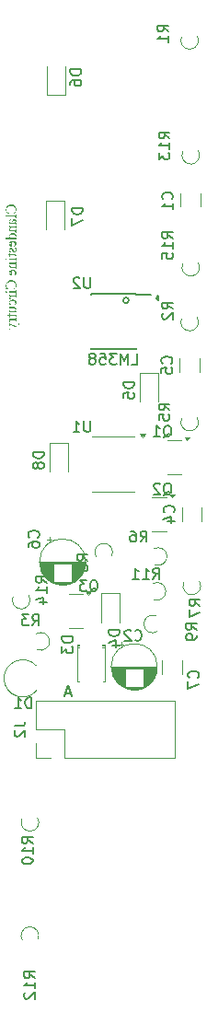
<source format=gbr>
%TF.GenerationSoftware,KiCad,Pcbnew,8.0.0*%
%TF.CreationDate,2024-04-08T18:28:55+02:00*%
%TF.ProjectId,feitw,66656974-772e-46b6-9963-61645f706362,rev?*%
%TF.SameCoordinates,Original*%
%TF.FileFunction,Legend,Bot*%
%TF.FilePolarity,Positive*%
%FSLAX46Y46*%
G04 Gerber Fmt 4.6, Leading zero omitted, Abs format (unit mm)*
G04 Created by KiCad (PCBNEW 8.0.0) date 2024-04-08 18:28:55*
%MOMM*%
%LPD*%
G01*
G04 APERTURE LIST*
%ADD10C,0.100000*%
%ADD11C,0.150000*%
%ADD12C,0.120000*%
G04 APERTURE END LIST*
D10*
G36*
X139782756Y-96021633D02*
G01*
X140095387Y-96042882D01*
X140095387Y-96021633D01*
X140045147Y-96004333D01*
X140000487Y-95984493D01*
X139955439Y-95958132D01*
X139913258Y-95923771D01*
X139891933Y-95900000D01*
X139864685Y-95858570D01*
X139845222Y-95813171D01*
X139833544Y-95763804D01*
X139829651Y-95710467D01*
X139833380Y-95659671D01*
X139844566Y-95611695D01*
X139863210Y-95566540D01*
X139876790Y-95542672D01*
X139907612Y-95503144D01*
X139947321Y-95468638D01*
X139990079Y-95442184D01*
X140026755Y-95424947D01*
X140074149Y-95408198D01*
X140126358Y-95395562D01*
X140174942Y-95388006D01*
X140227063Y-95383472D01*
X140282722Y-95381961D01*
X140336365Y-95383901D01*
X140386806Y-95389721D01*
X140440532Y-95401124D01*
X140490075Y-95417595D01*
X140501807Y-95422505D01*
X140545405Y-95445326D01*
X140588029Y-95477095D01*
X140623852Y-95515316D01*
X140643957Y-95544382D01*
X140667806Y-95592066D01*
X140683850Y-95643343D01*
X140691559Y-95691940D01*
X140693294Y-95730251D01*
X140690261Y-95779659D01*
X140679775Y-95830568D01*
X140661801Y-95877279D01*
X140654948Y-95890474D01*
X140623411Y-95935163D01*
X140587499Y-95972838D01*
X140548288Y-96007205D01*
X140508893Y-96037705D01*
X140501807Y-96042882D01*
X140515485Y-96064131D01*
X140559154Y-96037020D01*
X140604262Y-96003307D01*
X140643083Y-95967350D01*
X140675615Y-95929149D01*
X140695003Y-95900488D01*
X140719901Y-95851640D01*
X140735851Y-95805291D01*
X140746355Y-95755576D01*
X140751412Y-95702495D01*
X140751912Y-95678716D01*
X140749241Y-95622517D01*
X140741226Y-95569570D01*
X140727869Y-95519874D01*
X140709170Y-95473430D01*
X140685127Y-95430237D01*
X140655741Y-95390295D01*
X140621013Y-95353606D01*
X140580942Y-95320167D01*
X140540149Y-95292866D01*
X140488286Y-95266213D01*
X140433245Y-95246224D01*
X140384951Y-95234656D01*
X140334451Y-95227715D01*
X140281745Y-95225401D01*
X140230511Y-95227599D01*
X140180857Y-95234194D01*
X140132783Y-95245185D01*
X140086289Y-95260572D01*
X140041375Y-95280356D01*
X140026755Y-95287927D01*
X139978404Y-95317526D01*
X139935079Y-95351614D01*
X139896779Y-95390189D01*
X139863505Y-95433252D01*
X139846748Y-95459874D01*
X139821814Y-95508823D01*
X139803004Y-95559711D01*
X139790318Y-95612540D01*
X139783756Y-95667309D01*
X139782756Y-95699476D01*
X139785748Y-95749745D01*
X139794724Y-95799677D01*
X139809684Y-95849274D01*
X139830628Y-95898534D01*
X139845283Y-95939811D01*
X139832582Y-95972051D01*
X139788631Y-95995943D01*
X139782756Y-95997453D01*
X139782756Y-96021633D01*
G37*
G36*
X139751493Y-96367969D02*
G01*
X140590712Y-96367969D01*
X140640232Y-96370106D01*
X140669602Y-96376518D01*
X140698911Y-96402896D01*
X140708573Y-96452421D01*
X140708925Y-96469574D01*
X140736281Y-96469574D01*
X140736281Y-96161095D01*
X140708925Y-96161095D01*
X140703842Y-96210646D01*
X140699888Y-96220202D01*
X140670335Y-96244871D01*
X140620808Y-96253193D01*
X140590712Y-96253908D01*
X140016008Y-96253908D01*
X139962363Y-96253521D01*
X139911152Y-96251804D01*
X139884606Y-96249023D01*
X139851144Y-96233635D01*
X139842107Y-96206525D01*
X139853098Y-96161095D01*
X139828918Y-96149616D01*
X139751493Y-96336950D01*
X139751493Y-96367969D01*
G37*
G36*
X140613634Y-96547996D02*
G01*
X140664815Y-96561407D01*
X140706483Y-96588765D01*
X140719570Y-96602529D01*
X140744414Y-96647035D01*
X140751912Y-96696231D01*
X140749576Y-96727052D01*
X140735304Y-96775366D01*
X140734509Y-96776979D01*
X140707826Y-96818109D01*
X140678524Y-96858037D01*
X140648842Y-96896999D01*
X140680755Y-96899317D01*
X140728465Y-96917515D01*
X140735220Y-96924102D01*
X140751912Y-96971005D01*
X140747015Y-97002000D01*
X140723030Y-97047414D01*
X140689450Y-97084706D01*
X140649574Y-97118039D01*
X140610984Y-97118039D01*
X140627500Y-97101361D01*
X140661298Y-97062596D01*
X140665939Y-97043301D01*
X140659100Y-97024982D01*
X140631256Y-97013747D01*
X140618761Y-97012415D01*
X140569001Y-97010662D01*
X140518416Y-97010328D01*
X140300307Y-97010328D01*
X140277913Y-97010133D01*
X140226562Y-97007591D01*
X140176720Y-96997871D01*
X140140836Y-96976921D01*
X140108576Y-96938032D01*
X140093378Y-96901643D01*
X140082570Y-96850169D01*
X140079756Y-96800767D01*
X140080565Y-96774233D01*
X140088301Y-96720083D01*
X140104230Y-96673623D01*
X140131535Y-96631019D01*
X140154561Y-96607512D01*
X140196264Y-96580647D01*
X140244620Y-96570691D01*
X140248597Y-96570754D01*
X140295666Y-96586811D01*
X140314229Y-96628332D01*
X140296399Y-96670586D01*
X140292877Y-96673467D01*
X140245108Y-96686706D01*
X140203343Y-96685241D01*
X140189802Y-96686491D01*
X140147167Y-96711374D01*
X140133261Y-96730974D01*
X140122742Y-96780251D01*
X140129568Y-96824857D01*
X140158402Y-96866957D01*
X140189821Y-96884061D01*
X140240224Y-96894623D01*
X140289072Y-96896999D01*
X140314229Y-96896999D01*
X140357216Y-96896999D01*
X140600237Y-96896999D01*
X140604520Y-96891704D01*
X140633886Y-96851659D01*
X140658358Y-96807400D01*
X140669846Y-96759490D01*
X140665210Y-96731967D01*
X140636874Y-96691591D01*
X140602030Y-96670378D01*
X140553587Y-96662037D01*
X140526996Y-96664779D01*
X140480558Y-96685241D01*
X140478470Y-96686736D01*
X140443764Y-96721356D01*
X140416322Y-96762910D01*
X140396474Y-96803482D01*
X140376572Y-96849692D01*
X140357216Y-96896999D01*
X140314229Y-96896999D01*
X140328967Y-96857897D01*
X140350016Y-96804654D01*
X140369794Y-96757903D01*
X140391262Y-96711564D01*
X140416322Y-96664968D01*
X140432265Y-96640325D01*
X140465284Y-96599796D01*
X140505715Y-96567271D01*
X140538186Y-96553079D01*
X140586804Y-96546511D01*
X140613634Y-96547996D01*
G37*
G36*
X140212868Y-97345185D02*
G01*
X140174520Y-97379504D01*
X140137082Y-97420010D01*
X140105234Y-97466334D01*
X140086125Y-97511653D01*
X140079756Y-97555966D01*
X140087131Y-97606655D01*
X140105890Y-97644626D01*
X140142910Y-97679798D01*
X140187683Y-97702345D01*
X140191375Y-97703733D01*
X140240244Y-97714602D01*
X140293326Y-97718507D01*
X140319114Y-97718876D01*
X140590223Y-97718876D01*
X140640843Y-97721258D01*
X140672045Y-97728402D01*
X140699156Y-97752826D01*
X140708687Y-97801609D01*
X140708925Y-97815108D01*
X140736281Y-97815108D01*
X140736281Y-97503943D01*
X140708925Y-97503943D01*
X140708925Y-97516887D01*
X140701986Y-97566458D01*
X140695492Y-97578437D01*
X140655680Y-97602861D01*
X140606485Y-97605482D01*
X140590468Y-97605548D01*
X140330593Y-97605548D01*
X140281182Y-97603353D01*
X140230782Y-97593939D01*
X140205052Y-97583077D01*
X140172219Y-97545921D01*
X140165729Y-97508095D01*
X140174531Y-97457028D01*
X140197502Y-97411190D01*
X140229891Y-97370543D01*
X140255855Y-97345185D01*
X140590468Y-97345185D01*
X140640077Y-97346848D01*
X140670091Y-97352756D01*
X140699644Y-97379134D01*
X140708599Y-97429416D01*
X140708925Y-97447522D01*
X140736281Y-97447522D01*
X140736281Y-97136357D01*
X140708925Y-97136357D01*
X140708925Y-97150035D01*
X140699289Y-97197967D01*
X140684257Y-97215003D01*
X140635962Y-97229486D01*
X140590223Y-97231856D01*
X140354529Y-97231856D01*
X140302856Y-97231535D01*
X140254022Y-97230233D01*
X140215066Y-97226727D01*
X140181117Y-97210851D01*
X140172080Y-97182275D01*
X140182338Y-97136357D01*
X140157425Y-97126099D01*
X140079756Y-97315631D01*
X140079756Y-97345185D01*
X140212868Y-97345185D01*
G37*
G36*
X140475456Y-97865159D02*
G01*
X140529941Y-97873048D01*
X140579728Y-97888300D01*
X140624816Y-97910915D01*
X140665206Y-97940893D01*
X140703140Y-97980995D01*
X140730235Y-98024363D01*
X140746493Y-98070998D01*
X140751912Y-98120900D01*
X140747297Y-98167025D01*
X140730907Y-98215666D01*
X140725232Y-98226691D01*
X140696406Y-98268648D01*
X140661786Y-98305792D01*
X140751912Y-98305792D01*
X140751912Y-98337299D01*
X140673999Y-98524145D01*
X140649819Y-98516573D01*
X140661542Y-98467236D01*
X140652017Y-98440614D01*
X140617823Y-98424250D01*
X140583510Y-98420929D01*
X140532185Y-98419441D01*
X140482024Y-98419120D01*
X139751493Y-98419120D01*
X139751493Y-98388102D01*
X139828430Y-98200523D01*
X139852366Y-98209560D01*
X139841375Y-98256943D01*
X139850412Y-98284543D01*
X139884117Y-98300663D01*
X139910889Y-98303583D01*
X139962478Y-98305386D01*
X140016497Y-98305792D01*
X140132756Y-98305792D01*
X140102581Y-98265080D01*
X140084932Y-98217499D01*
X140079756Y-98168283D01*
X140080320Y-98159979D01*
X140122742Y-98159979D01*
X140124674Y-98180425D01*
X140142526Y-98226413D01*
X140161745Y-98251780D01*
X140201144Y-98280879D01*
X140236714Y-98295866D01*
X140287118Y-98305792D01*
X140614648Y-98305792D01*
X140639201Y-98280054D01*
X140667262Y-98235009D01*
X140677662Y-98184892D01*
X140677371Y-98175664D01*
X140665368Y-98126821D01*
X140639178Y-98085223D01*
X140603168Y-98050070D01*
X140588582Y-98039288D01*
X140544080Y-98015723D01*
X140491426Y-97999698D01*
X140438668Y-97991862D01*
X140388479Y-97989742D01*
X140379873Y-97989803D01*
X140323266Y-97993649D01*
X140273017Y-98003480D01*
X140223374Y-98022043D01*
X140177453Y-98052268D01*
X140161692Y-98067391D01*
X140133214Y-98109670D01*
X140122742Y-98159979D01*
X140080320Y-98159979D01*
X140082517Y-98127643D01*
X140095658Y-98074734D01*
X140119622Y-98026477D01*
X140154409Y-97982871D01*
X140192840Y-97949197D01*
X140207066Y-97938875D01*
X140250833Y-97911904D01*
X140296230Y-97890927D01*
X140343259Y-97875943D01*
X140391920Y-97866953D01*
X140442212Y-97863956D01*
X140475456Y-97865159D01*
G37*
G36*
X140469511Y-98571053D02*
G01*
X140520024Y-98578610D01*
X140573529Y-98594588D01*
X140621190Y-98618280D01*
X140663008Y-98649686D01*
X140668477Y-98654770D01*
X140701903Y-98692138D01*
X140729686Y-98738651D01*
X140746356Y-98789225D01*
X140751912Y-98843859D01*
X140749164Y-98881740D01*
X140734739Y-98933958D01*
X140707948Y-98980650D01*
X140673754Y-99017515D01*
X140643761Y-99041595D01*
X140601927Y-99067691D01*
X140552345Y-99088838D01*
X140500098Y-99101291D01*
X140486176Y-99080042D01*
X140524873Y-99063723D01*
X140568062Y-99038244D01*
X140604145Y-99003594D01*
X140612217Y-98991923D01*
X140631992Y-98947111D01*
X140638583Y-98896127D01*
X140635767Y-98862172D01*
X140620981Y-98814428D01*
X140593521Y-98770510D01*
X140558472Y-98734682D01*
X140537497Y-98718551D01*
X140489870Y-98692814D01*
X140441985Y-98677431D01*
X140388303Y-98668711D01*
X140337676Y-98666538D01*
X140337676Y-99101291D01*
X140288546Y-99098042D01*
X140237949Y-99086371D01*
X140193276Y-99066214D01*
X140150098Y-99033391D01*
X140126192Y-99006589D01*
X140099608Y-98961363D01*
X140084152Y-98910110D01*
X140079756Y-98859490D01*
X140081179Y-98828945D01*
X140082628Y-98821144D01*
X140126650Y-98821144D01*
X140129334Y-98846292D01*
X140149365Y-98892219D01*
X140168588Y-98915346D01*
X140211158Y-98943510D01*
X140248487Y-98953051D01*
X140298597Y-98957920D01*
X140298597Y-98666538D01*
X140264827Y-98671639D01*
X140214876Y-98688704D01*
X140172080Y-98719051D01*
X140163961Y-98727626D01*
X140136632Y-98770368D01*
X140126650Y-98821144D01*
X140082628Y-98821144D01*
X140090521Y-98778649D01*
X140108581Y-98732373D01*
X140135360Y-98690118D01*
X140170858Y-98651884D01*
X140176607Y-98646790D01*
X140220760Y-98615660D01*
X140271762Y-98592453D01*
X140320930Y-98578869D01*
X140375129Y-98571107D01*
X140424138Y-98569086D01*
X140469511Y-98571053D01*
G37*
G36*
X140079756Y-99588799D02*
G01*
X140298597Y-99588799D01*
X140298597Y-99566085D01*
X140250512Y-99552102D01*
X140202169Y-99532047D01*
X140161411Y-99504204D01*
X140156448Y-99499162D01*
X140129450Y-99455986D01*
X140119165Y-99406778D01*
X140118835Y-99395115D01*
X140126949Y-99346858D01*
X140144480Y-99317446D01*
X140186108Y-99289739D01*
X140201389Y-99287892D01*
X140249591Y-99298282D01*
X140268067Y-99309874D01*
X140301220Y-99347767D01*
X140326414Y-99392532D01*
X140328395Y-99396580D01*
X140377732Y-99496720D01*
X140405015Y-99544115D01*
X140440751Y-99587017D01*
X140480696Y-99616571D01*
X140531498Y-99634003D01*
X140558960Y-99636183D01*
X140609884Y-99629838D01*
X140658352Y-99608203D01*
X140695551Y-99575211D01*
X140698911Y-99571214D01*
X140726861Y-99529211D01*
X140745649Y-99479426D01*
X140751860Y-99430912D01*
X140751912Y-99425889D01*
X140747518Y-99376315D01*
X140735663Y-99325688D01*
X140725290Y-99293998D01*
X140718451Y-99257118D01*
X140736281Y-99232205D01*
X140736281Y-99209735D01*
X140517439Y-99209735D01*
X140517439Y-99232205D01*
X140568214Y-99245821D01*
X140615794Y-99267431D01*
X140657387Y-99299081D01*
X140663740Y-99305722D01*
X140693656Y-99348243D01*
X140709765Y-99394474D01*
X140712833Y-99427355D01*
X140702931Y-99477423D01*
X140684745Y-99504536D01*
X140642936Y-99531028D01*
X140617090Y-99534578D01*
X140568103Y-99523990D01*
X140536734Y-99501116D01*
X140504777Y-99459336D01*
X140477887Y-99413922D01*
X140453936Y-99368248D01*
X140429511Y-99322727D01*
X140400698Y-99277934D01*
X140366094Y-99239813D01*
X140363566Y-99237823D01*
X140318808Y-99214558D01*
X140267421Y-99206834D01*
X140263671Y-99206804D01*
X140212800Y-99213095D01*
X140164216Y-99234310D01*
X140132512Y-99260049D01*
X140102476Y-99300349D01*
X140084908Y-99348037D01*
X140079756Y-99397802D01*
X140085266Y-99447484D01*
X140095387Y-99487927D01*
X140105890Y-99534578D01*
X140101005Y-99551675D01*
X140079756Y-99566085D01*
X140079756Y-99588799D01*
G37*
G36*
X139892177Y-99909002D02*
G01*
X140095387Y-99909002D01*
X140095387Y-100056036D01*
X140142282Y-100056036D01*
X140142282Y-99909002D01*
X140562868Y-99909002D01*
X140612928Y-99912866D01*
X140647865Y-99926587D01*
X140669846Y-99971528D01*
X140655925Y-100015492D01*
X140617557Y-100046962D01*
X140614159Y-100048465D01*
X140614159Y-100075331D01*
X140660332Y-100054414D01*
X140700044Y-100025475D01*
X140716985Y-100007187D01*
X140743180Y-99962552D01*
X140751912Y-99916573D01*
X140740881Y-99868089D01*
X140733838Y-99854780D01*
X140699908Y-99819445D01*
X140682303Y-99810083D01*
X140632869Y-99798431D01*
X140582845Y-99795687D01*
X140578500Y-99795673D01*
X140142282Y-99795673D01*
X140142282Y-99696022D01*
X140120056Y-99696022D01*
X140096803Y-99739076D01*
X140069742Y-99773203D01*
X140033696Y-99808419D01*
X139991961Y-99839878D01*
X139985966Y-99843789D01*
X139940530Y-99866947D01*
X139892177Y-99887753D01*
X139892177Y-99909002D01*
G37*
G36*
X139751493Y-100275122D02*
G01*
X139769525Y-100321647D01*
X139772010Y-100324215D01*
X139817963Y-100344408D01*
X139821591Y-100344487D01*
X139868789Y-100326670D01*
X139871417Y-100324215D01*
X139892096Y-100278691D01*
X139892177Y-100275122D01*
X139873931Y-100228167D01*
X139871417Y-100225541D01*
X139826968Y-100205205D01*
X139821591Y-100205024D01*
X139774579Y-100222842D01*
X139772010Y-100225296D01*
X139751573Y-100271464D01*
X139751493Y-100275122D01*
G37*
G36*
X140079756Y-100332275D02*
G01*
X140590223Y-100332275D01*
X140640049Y-100334412D01*
X140669846Y-100340823D01*
X140699156Y-100366224D01*
X140708687Y-100414486D01*
X140708925Y-100427774D01*
X140736281Y-100427774D01*
X140736281Y-100121982D01*
X140708925Y-100121982D01*
X140704654Y-100171024D01*
X140699888Y-100183775D01*
X140670091Y-100208932D01*
X140620438Y-100217479D01*
X140590223Y-100218213D01*
X140345492Y-100218213D01*
X140293135Y-100217730D01*
X140241237Y-100215584D01*
X140211647Y-100212107D01*
X140180872Y-100196964D01*
X140172080Y-100168632D01*
X140182338Y-100121982D01*
X140157425Y-100112456D01*
X140079756Y-100301989D01*
X140079756Y-100332275D01*
G37*
G36*
X140212868Y-100687404D02*
G01*
X140174520Y-100721723D01*
X140137082Y-100762229D01*
X140105234Y-100808553D01*
X140086125Y-100853872D01*
X140079756Y-100898185D01*
X140087131Y-100948875D01*
X140105890Y-100986846D01*
X140142910Y-101022017D01*
X140187683Y-101044564D01*
X140191375Y-101045952D01*
X140240244Y-101056822D01*
X140293326Y-101060726D01*
X140319114Y-101061095D01*
X140590223Y-101061095D01*
X140640843Y-101063477D01*
X140672045Y-101070621D01*
X140699156Y-101095045D01*
X140708687Y-101143828D01*
X140708925Y-101157327D01*
X140736281Y-101157327D01*
X140736281Y-100846162D01*
X140708925Y-100846162D01*
X140708925Y-100859107D01*
X140701986Y-100908677D01*
X140695492Y-100920656D01*
X140655680Y-100945080D01*
X140606485Y-100947701D01*
X140590468Y-100947767D01*
X140330593Y-100947767D01*
X140281182Y-100945572D01*
X140230782Y-100936158D01*
X140205052Y-100925296D01*
X140172219Y-100888140D01*
X140165729Y-100850314D01*
X140174531Y-100799247D01*
X140197502Y-100753409D01*
X140229891Y-100712762D01*
X140255855Y-100687404D01*
X140590468Y-100687404D01*
X140640077Y-100689067D01*
X140670091Y-100694975D01*
X140699644Y-100721354D01*
X140708599Y-100771635D01*
X140708925Y-100789742D01*
X140736281Y-100789742D01*
X140736281Y-100478576D01*
X140708925Y-100478576D01*
X140708925Y-100492254D01*
X140699289Y-100540186D01*
X140684257Y-100557222D01*
X140635962Y-100571705D01*
X140590223Y-100574075D01*
X140354529Y-100574075D01*
X140302856Y-100573755D01*
X140254022Y-100572452D01*
X140215066Y-100568946D01*
X140181117Y-100553070D01*
X140172080Y-100524494D01*
X140182338Y-100478576D01*
X140157425Y-100468318D01*
X140079756Y-100657850D01*
X140079756Y-100687404D01*
X140212868Y-100687404D01*
G37*
G36*
X140469511Y-101213761D02*
G01*
X140520024Y-101221317D01*
X140573529Y-101237296D01*
X140621190Y-101260988D01*
X140663008Y-101292393D01*
X140668477Y-101297478D01*
X140701903Y-101334846D01*
X140729686Y-101381359D01*
X140746356Y-101431932D01*
X140751912Y-101486566D01*
X140749164Y-101524448D01*
X140734739Y-101576666D01*
X140707948Y-101623358D01*
X140673754Y-101660223D01*
X140643761Y-101684303D01*
X140601927Y-101710399D01*
X140552345Y-101731546D01*
X140500098Y-101743998D01*
X140486176Y-101722749D01*
X140524873Y-101706431D01*
X140568062Y-101680952D01*
X140604145Y-101646301D01*
X140612217Y-101634631D01*
X140631992Y-101589818D01*
X140638583Y-101538834D01*
X140635767Y-101504880D01*
X140620981Y-101457136D01*
X140593521Y-101413217D01*
X140558472Y-101377390D01*
X140537497Y-101361258D01*
X140489870Y-101335521D01*
X140441985Y-101320139D01*
X140388303Y-101311419D01*
X140337676Y-101309246D01*
X140337676Y-101743998D01*
X140288546Y-101740749D01*
X140237949Y-101729079D01*
X140193276Y-101708921D01*
X140150098Y-101676099D01*
X140126192Y-101649297D01*
X140099608Y-101604071D01*
X140084152Y-101552817D01*
X140079756Y-101502198D01*
X140081179Y-101471652D01*
X140082628Y-101463852D01*
X140126650Y-101463852D01*
X140129334Y-101489000D01*
X140149365Y-101534926D01*
X140168588Y-101558053D01*
X140211158Y-101586217D01*
X140248487Y-101595758D01*
X140298597Y-101600628D01*
X140298597Y-101309246D01*
X140264827Y-101314347D01*
X140214876Y-101331411D01*
X140172080Y-101361758D01*
X140163961Y-101370334D01*
X140136632Y-101413076D01*
X140126650Y-101463852D01*
X140082628Y-101463852D01*
X140090521Y-101421356D01*
X140108581Y-101375081D01*
X140135360Y-101332826D01*
X140170858Y-101294592D01*
X140176607Y-101289497D01*
X140220760Y-101258367D01*
X140271762Y-101235161D01*
X140320930Y-101221577D01*
X140375129Y-101213815D01*
X140424138Y-101211793D01*
X140469511Y-101213761D01*
G37*
G36*
X139782756Y-102977669D02*
G01*
X140095387Y-102998918D01*
X140095387Y-102977669D01*
X140045147Y-102960370D01*
X140000487Y-102940529D01*
X139955439Y-102914169D01*
X139913258Y-102879807D01*
X139891933Y-102856036D01*
X139864685Y-102814606D01*
X139845222Y-102769208D01*
X139833544Y-102719840D01*
X139829651Y-102666504D01*
X139833380Y-102615707D01*
X139844566Y-102567731D01*
X139863210Y-102522576D01*
X139876790Y-102498709D01*
X139907612Y-102459180D01*
X139947321Y-102424675D01*
X139990079Y-102398220D01*
X140026755Y-102380984D01*
X140074149Y-102364234D01*
X140126358Y-102351598D01*
X140174942Y-102344042D01*
X140227063Y-102339508D01*
X140282722Y-102337997D01*
X140336365Y-102339937D01*
X140386806Y-102345757D01*
X140440532Y-102357160D01*
X140490075Y-102373632D01*
X140501807Y-102378541D01*
X140545405Y-102401363D01*
X140588029Y-102433131D01*
X140623852Y-102471353D01*
X140643957Y-102500418D01*
X140667806Y-102548102D01*
X140683850Y-102599380D01*
X140691559Y-102647976D01*
X140693294Y-102686287D01*
X140690261Y-102735695D01*
X140679775Y-102786604D01*
X140661801Y-102833316D01*
X140654948Y-102846511D01*
X140623411Y-102891199D01*
X140587499Y-102928874D01*
X140548288Y-102963241D01*
X140508893Y-102993741D01*
X140501807Y-102998918D01*
X140515485Y-103020167D01*
X140559154Y-102993056D01*
X140604262Y-102959343D01*
X140643083Y-102923386D01*
X140675615Y-102885185D01*
X140695003Y-102856525D01*
X140719901Y-102807676D01*
X140735851Y-102761327D01*
X140746355Y-102711612D01*
X140751412Y-102658531D01*
X140751912Y-102634752D01*
X140749241Y-102578553D01*
X140741226Y-102525606D01*
X140727869Y-102475910D01*
X140709170Y-102429466D01*
X140685127Y-102386273D01*
X140655741Y-102346332D01*
X140621013Y-102309642D01*
X140580942Y-102276204D01*
X140540149Y-102248903D01*
X140488286Y-102222250D01*
X140433245Y-102202260D01*
X140384951Y-102190692D01*
X140334451Y-102183751D01*
X140281745Y-102181437D01*
X140230511Y-102183635D01*
X140180857Y-102190230D01*
X140132783Y-102201221D01*
X140086289Y-102216608D01*
X140041375Y-102236392D01*
X140026755Y-102243963D01*
X139978404Y-102273563D01*
X139935079Y-102307650D01*
X139896779Y-102346225D01*
X139863505Y-102389288D01*
X139846748Y-102415910D01*
X139821814Y-102464859D01*
X139803004Y-102515748D01*
X139790318Y-102568576D01*
X139783756Y-102623345D01*
X139782756Y-102655513D01*
X139785748Y-102705781D01*
X139794724Y-102755713D01*
X139809684Y-102805310D01*
X139830628Y-102854571D01*
X139845283Y-102895848D01*
X139832582Y-102928088D01*
X139788631Y-102951979D01*
X139782756Y-102953489D01*
X139782756Y-102977669D01*
G37*
G36*
X139751493Y-103267585D02*
G01*
X139769525Y-103314111D01*
X139772010Y-103316678D01*
X139817963Y-103336871D01*
X139821591Y-103336950D01*
X139868789Y-103319133D01*
X139871417Y-103316678D01*
X139892096Y-103271154D01*
X139892177Y-103267585D01*
X139873931Y-103220631D01*
X139871417Y-103218004D01*
X139826968Y-103197668D01*
X139821591Y-103197488D01*
X139774579Y-103215305D01*
X139772010Y-103217760D01*
X139751573Y-103263927D01*
X139751493Y-103267585D01*
G37*
G36*
X140079756Y-103324738D02*
G01*
X140590223Y-103324738D01*
X140640049Y-103326875D01*
X140669846Y-103333287D01*
X140699156Y-103358688D01*
X140708687Y-103406949D01*
X140708925Y-103420237D01*
X140736281Y-103420237D01*
X140736281Y-103114445D01*
X140708925Y-103114445D01*
X140704654Y-103163487D01*
X140699888Y-103176238D01*
X140670091Y-103201395D01*
X140620438Y-103209942D01*
X140590223Y-103210677D01*
X140345492Y-103210677D01*
X140293135Y-103210194D01*
X140241237Y-103208047D01*
X140211647Y-103204571D01*
X140180872Y-103189428D01*
X140172080Y-103161095D01*
X140182338Y-103114445D01*
X140157425Y-103104920D01*
X140079756Y-103294452D01*
X140079756Y-103324738D01*
G37*
G36*
X140079756Y-103680600D02*
G01*
X140221172Y-103680600D01*
X140173113Y-103710338D01*
X140129611Y-103745424D01*
X140096466Y-103786037D01*
X140080308Y-103832383D01*
X140079756Y-103842777D01*
X140091869Y-103890159D01*
X140103203Y-103905059D01*
X140145745Y-103929096D01*
X140156936Y-103929972D01*
X140202610Y-103911898D01*
X140221172Y-103869400D01*
X140203033Y-103822837D01*
X140197481Y-103815422D01*
X140173568Y-103772130D01*
X140173545Y-103771214D01*
X140187467Y-103744347D01*
X140225019Y-103713023D01*
X140269109Y-103686763D01*
X140281012Y-103680600D01*
X140585583Y-103680600D01*
X140636622Y-103684696D01*
X140665206Y-103693545D01*
X140696469Y-103725052D01*
X140708329Y-103772768D01*
X140708925Y-103790509D01*
X140736281Y-103790509D01*
X140736281Y-103468353D01*
X140708925Y-103468353D01*
X140703010Y-103518766D01*
X140693782Y-103539672D01*
X140658367Y-103563852D01*
X140607221Y-103567188D01*
X140590956Y-103567271D01*
X140344759Y-103567271D01*
X140294918Y-103566981D01*
X140244682Y-103565635D01*
X140212624Y-103562631D01*
X140181849Y-103546266D01*
X140172080Y-103516469D01*
X140182338Y-103468353D01*
X140157425Y-103461514D01*
X140079756Y-103651779D01*
X140079756Y-103680600D01*
G37*
G36*
X140495701Y-104496859D02*
G01*
X140546941Y-104483409D01*
X140592733Y-104465283D01*
X140638399Y-104438844D01*
X140676951Y-104406299D01*
X140685478Y-104397208D01*
X140717592Y-104354305D01*
X140739196Y-104308852D01*
X140750290Y-104260848D01*
X140751912Y-104233077D01*
X140746249Y-104181191D01*
X140729259Y-104132754D01*
X140700942Y-104087768D01*
X140666873Y-104051235D01*
X140661298Y-104046231D01*
X140618509Y-104015206D01*
X140569642Y-103991802D01*
X140514698Y-103976017D01*
X140462766Y-103968552D01*
X140416078Y-103966608D01*
X140361999Y-103969708D01*
X140311870Y-103979007D01*
X140258379Y-103997692D01*
X140210263Y-104024815D01*
X140173301Y-104054780D01*
X140136851Y-104095145D01*
X140109354Y-104138876D01*
X140090809Y-104185973D01*
X140081217Y-104236436D01*
X140079756Y-104266783D01*
X140083523Y-104316362D01*
X140096546Y-104365287D01*
X140121616Y-104411611D01*
X140127383Y-104419190D01*
X140163619Y-104455655D01*
X140210362Y-104477569D01*
X140226301Y-104479030D01*
X140267334Y-104462177D01*
X140282966Y-104415038D01*
X140270096Y-104367201D01*
X140258053Y-104353977D01*
X140210268Y-104338865D01*
X140205541Y-104338346D01*
X140157730Y-104321447D01*
X140146434Y-104310746D01*
X140127887Y-104264264D01*
X140126650Y-104244068D01*
X140135156Y-104192698D01*
X140160672Y-104150116D01*
X140178186Y-104133426D01*
X140219857Y-104106625D01*
X140268483Y-104088595D01*
X140317545Y-104079932D01*
X140357948Y-104077983D01*
X140413300Y-104081433D01*
X140465293Y-104091783D01*
X140513928Y-104109032D01*
X140559204Y-104133182D01*
X140601354Y-104167322D01*
X140629710Y-104207645D01*
X140645037Y-104259700D01*
X140646399Y-104282659D01*
X140639942Y-104331145D01*
X140618373Y-104379408D01*
X140600481Y-104403559D01*
X140563095Y-104436143D01*
X140519946Y-104461286D01*
X140486176Y-104477076D01*
X140495701Y-104496859D01*
G37*
G36*
X140095387Y-105135310D02*
G01*
X140481291Y-105135310D01*
X140531239Y-105135631D01*
X140582369Y-105137119D01*
X140616602Y-105140439D01*
X140651040Y-105157048D01*
X140660809Y-105183426D01*
X140649086Y-105231542D01*
X140673266Y-105241312D01*
X140751912Y-105053000D01*
X140751912Y-105021982D01*
X140618555Y-105021982D01*
X140658443Y-104983941D01*
X140693574Y-104946838D01*
X140724365Y-104906744D01*
X140729197Y-104898395D01*
X140746921Y-104851862D01*
X140751912Y-104808513D01*
X140744218Y-104759054D01*
X140721137Y-104716678D01*
X140683286Y-104682103D01*
X140641759Y-104662700D01*
X140591516Y-104652516D01*
X140541217Y-104648515D01*
X140504250Y-104647802D01*
X140220440Y-104647802D01*
X140171691Y-104643184D01*
X140158158Y-104638032D01*
X140131535Y-104609455D01*
X140122828Y-104558740D01*
X140122742Y-104541312D01*
X140095387Y-104541312D01*
X140095387Y-104761619D01*
X140521347Y-104761619D01*
X140570949Y-104764600D01*
X140620357Y-104778792D01*
X140638095Y-104792149D01*
X140662023Y-104835483D01*
X140665939Y-104866155D01*
X140655497Y-104914881D01*
X140647376Y-104933077D01*
X140620082Y-104973988D01*
X140585406Y-105012443D01*
X140575813Y-105021982D01*
X140216287Y-105021982D01*
X140166614Y-105015799D01*
X140143259Y-105002442D01*
X140125376Y-104955604D01*
X140122742Y-104921109D01*
X140095387Y-104921109D01*
X140095387Y-105135310D01*
G37*
G36*
X139892177Y-105466015D02*
G01*
X140095387Y-105466015D01*
X140095387Y-105613049D01*
X140142282Y-105613049D01*
X140142282Y-105466015D01*
X140562868Y-105466015D01*
X140612928Y-105469879D01*
X140647865Y-105483601D01*
X140669846Y-105528541D01*
X140655925Y-105572505D01*
X140617557Y-105603975D01*
X140614159Y-105605478D01*
X140614159Y-105632344D01*
X140660332Y-105611427D01*
X140700044Y-105582488D01*
X140716985Y-105564201D01*
X140743180Y-105519565D01*
X140751912Y-105473587D01*
X140740881Y-105425102D01*
X140733838Y-105411793D01*
X140699908Y-105376458D01*
X140682303Y-105367097D01*
X140632869Y-105355445D01*
X140582845Y-105352701D01*
X140578500Y-105352686D01*
X140142282Y-105352686D01*
X140142282Y-105253035D01*
X140120056Y-105253035D01*
X140096803Y-105296089D01*
X140069742Y-105330216D01*
X140033696Y-105365432D01*
X139991961Y-105396892D01*
X139985966Y-105400802D01*
X139940530Y-105423960D01*
X139892177Y-105444766D01*
X139892177Y-105466015D01*
G37*
G36*
X140079756Y-105856315D02*
G01*
X140221172Y-105856315D01*
X140173113Y-105886054D01*
X140129611Y-105921139D01*
X140096466Y-105961752D01*
X140080308Y-106008099D01*
X140079756Y-106018492D01*
X140091869Y-106065874D01*
X140103203Y-106080774D01*
X140145745Y-106104811D01*
X140156936Y-106105687D01*
X140202610Y-106087613D01*
X140221172Y-106045115D01*
X140203033Y-105998552D01*
X140197481Y-105991137D01*
X140173568Y-105947845D01*
X140173545Y-105946929D01*
X140187467Y-105920063D01*
X140225019Y-105888738D01*
X140269109Y-105862478D01*
X140281012Y-105856315D01*
X140585583Y-105856315D01*
X140636622Y-105860411D01*
X140665206Y-105869260D01*
X140696469Y-105900767D01*
X140708329Y-105948483D01*
X140708925Y-105966224D01*
X140736281Y-105966224D01*
X140736281Y-105644068D01*
X140708925Y-105644068D01*
X140703010Y-105694481D01*
X140693782Y-105715387D01*
X140658367Y-105739567D01*
X140607221Y-105742903D01*
X140590956Y-105742986D01*
X140344759Y-105742986D01*
X140294918Y-105742696D01*
X140244682Y-105741350D01*
X140212624Y-105738346D01*
X140181849Y-105721982D01*
X140172080Y-105692184D01*
X140182338Y-105644068D01*
X140157425Y-105637229D01*
X140079756Y-105827495D01*
X140079756Y-105856315D01*
G37*
G36*
X140095387Y-106102512D02*
G01*
X140095387Y-106395848D01*
X140122742Y-106395848D01*
X140122742Y-106381437D01*
X140136176Y-106335031D01*
X140169637Y-106319644D01*
X140218758Y-106331252D01*
X140243887Y-106342114D01*
X140561647Y-106495499D01*
X140213601Y-106636183D01*
X140164768Y-106647723D01*
X140157913Y-106647906D01*
X140139351Y-106643021D01*
X140127383Y-106625924D01*
X140122742Y-106584647D01*
X140095387Y-106584647D01*
X140095387Y-106789323D01*
X140122742Y-106789323D01*
X140133733Y-106750244D01*
X140164752Y-106719958D01*
X140209941Y-106699864D01*
X140217753Y-106696755D01*
X140847899Y-106440544D01*
X140895884Y-106417826D01*
X140940907Y-106388278D01*
X140977200Y-106354199D01*
X140986385Y-106343091D01*
X141014962Y-106298681D01*
X141031036Y-106252043D01*
X141033280Y-106227564D01*
X141022428Y-106178627D01*
X141010321Y-106160886D01*
X140966883Y-106135390D01*
X140957809Y-106134752D01*
X140911891Y-106153559D01*
X140894702Y-106199522D01*
X140894550Y-106205582D01*
X140905157Y-106255499D01*
X140909449Y-106267376D01*
X140919951Y-106301570D01*
X140898214Y-106346511D01*
X140858107Y-106375687D01*
X140814194Y-106395848D01*
X140703063Y-106440544D01*
X140227278Y-106214375D01*
X140183944Y-106188197D01*
X140174278Y-106181402D01*
X140142038Y-106153314D01*
X140123791Y-106106803D01*
X140122742Y-106102512D01*
X140095387Y-106102512D01*
G37*
D11*
X155209580Y-123533333D02*
X155257200Y-123485714D01*
X155257200Y-123485714D02*
X155304819Y-123342857D01*
X155304819Y-123342857D02*
X155304819Y-123247619D01*
X155304819Y-123247619D02*
X155257200Y-123104762D01*
X155257200Y-123104762D02*
X155161961Y-123009524D01*
X155161961Y-123009524D02*
X155066723Y-122961905D01*
X155066723Y-122961905D02*
X154876247Y-122914286D01*
X154876247Y-122914286D02*
X154733390Y-122914286D01*
X154733390Y-122914286D02*
X154542914Y-122961905D01*
X154542914Y-122961905D02*
X154447676Y-123009524D01*
X154447676Y-123009524D02*
X154352438Y-123104762D01*
X154352438Y-123104762D02*
X154304819Y-123247619D01*
X154304819Y-123247619D02*
X154304819Y-123342857D01*
X154304819Y-123342857D02*
X154352438Y-123485714D01*
X154352438Y-123485714D02*
X154400057Y-123533333D01*
X154638152Y-124390476D02*
X155304819Y-124390476D01*
X154257200Y-124152381D02*
X154971485Y-123914286D01*
X154971485Y-123914286D02*
X154971485Y-124533333D01*
X142221666Y-133934819D02*
X142554999Y-133458628D01*
X142793094Y-133934819D02*
X142793094Y-132934819D01*
X142793094Y-132934819D02*
X142412142Y-132934819D01*
X142412142Y-132934819D02*
X142316904Y-132982438D01*
X142316904Y-132982438D02*
X142269285Y-133030057D01*
X142269285Y-133030057D02*
X142221666Y-133125295D01*
X142221666Y-133125295D02*
X142221666Y-133268152D01*
X142221666Y-133268152D02*
X142269285Y-133363390D01*
X142269285Y-133363390D02*
X142316904Y-133411009D01*
X142316904Y-133411009D02*
X142412142Y-133458628D01*
X142412142Y-133458628D02*
X142793094Y-133458628D01*
X141888332Y-132934819D02*
X141269285Y-132934819D01*
X141269285Y-132934819D02*
X141602618Y-133315771D01*
X141602618Y-133315771D02*
X141459761Y-133315771D01*
X141459761Y-133315771D02*
X141364523Y-133363390D01*
X141364523Y-133363390D02*
X141316904Y-133411009D01*
X141316904Y-133411009D02*
X141269285Y-133506247D01*
X141269285Y-133506247D02*
X141269285Y-133744342D01*
X141269285Y-133744342D02*
X141316904Y-133839580D01*
X141316904Y-133839580D02*
X141364523Y-133887200D01*
X141364523Y-133887200D02*
X141459761Y-133934819D01*
X141459761Y-133934819D02*
X141745475Y-133934819D01*
X141745475Y-133934819D02*
X141840713Y-133887200D01*
X141840713Y-133887200D02*
X141888332Y-133839580D01*
X157354819Y-134333333D02*
X156878628Y-134000000D01*
X157354819Y-133761905D02*
X156354819Y-133761905D01*
X156354819Y-133761905D02*
X156354819Y-134142857D01*
X156354819Y-134142857D02*
X156402438Y-134238095D01*
X156402438Y-134238095D02*
X156450057Y-134285714D01*
X156450057Y-134285714D02*
X156545295Y-134333333D01*
X156545295Y-134333333D02*
X156688152Y-134333333D01*
X156688152Y-134333333D02*
X156783390Y-134285714D01*
X156783390Y-134285714D02*
X156831009Y-134238095D01*
X156831009Y-134238095D02*
X156878628Y-134142857D01*
X156878628Y-134142857D02*
X156878628Y-133761905D01*
X157354819Y-134809524D02*
X157354819Y-135000000D01*
X157354819Y-135000000D02*
X157307200Y-135095238D01*
X157307200Y-135095238D02*
X157259580Y-135142857D01*
X157259580Y-135142857D02*
X157116723Y-135238095D01*
X157116723Y-135238095D02*
X156926247Y-135285714D01*
X156926247Y-135285714D02*
X156545295Y-135285714D01*
X156545295Y-135285714D02*
X156450057Y-135238095D01*
X156450057Y-135238095D02*
X156402438Y-135190476D01*
X156402438Y-135190476D02*
X156354819Y-135095238D01*
X156354819Y-135095238D02*
X156354819Y-134904762D01*
X156354819Y-134904762D02*
X156402438Y-134809524D01*
X156402438Y-134809524D02*
X156450057Y-134761905D01*
X156450057Y-134761905D02*
X156545295Y-134714286D01*
X156545295Y-134714286D02*
X156783390Y-134714286D01*
X156783390Y-134714286D02*
X156878628Y-134761905D01*
X156878628Y-134761905D02*
X156926247Y-134809524D01*
X156926247Y-134809524D02*
X156973866Y-134904762D01*
X156973866Y-134904762D02*
X156973866Y-135095238D01*
X156973866Y-135095238D02*
X156926247Y-135190476D01*
X156926247Y-135190476D02*
X156878628Y-135238095D01*
X156878628Y-135238095D02*
X156783390Y-135285714D01*
X147495238Y-130850057D02*
X147590476Y-130802438D01*
X147590476Y-130802438D02*
X147685714Y-130707200D01*
X147685714Y-130707200D02*
X147828571Y-130564342D01*
X147828571Y-130564342D02*
X147923809Y-130516723D01*
X147923809Y-130516723D02*
X148019047Y-130516723D01*
X147971428Y-130754819D02*
X148066666Y-130707200D01*
X148066666Y-130707200D02*
X148161904Y-130611961D01*
X148161904Y-130611961D02*
X148209523Y-130421485D01*
X148209523Y-130421485D02*
X148209523Y-130088152D01*
X148209523Y-130088152D02*
X148161904Y-129897676D01*
X148161904Y-129897676D02*
X148066666Y-129802438D01*
X148066666Y-129802438D02*
X147971428Y-129754819D01*
X147971428Y-129754819D02*
X147780952Y-129754819D01*
X147780952Y-129754819D02*
X147685714Y-129802438D01*
X147685714Y-129802438D02*
X147590476Y-129897676D01*
X147590476Y-129897676D02*
X147542857Y-130088152D01*
X147542857Y-130088152D02*
X147542857Y-130421485D01*
X147542857Y-130421485D02*
X147590476Y-130611961D01*
X147590476Y-130611961D02*
X147685714Y-130707200D01*
X147685714Y-130707200D02*
X147780952Y-130754819D01*
X147780952Y-130754819D02*
X147971428Y-130754819D01*
X147209523Y-129754819D02*
X146590476Y-129754819D01*
X146590476Y-129754819D02*
X146923809Y-130135771D01*
X146923809Y-130135771D02*
X146780952Y-130135771D01*
X146780952Y-130135771D02*
X146685714Y-130183390D01*
X146685714Y-130183390D02*
X146638095Y-130231009D01*
X146638095Y-130231009D02*
X146590476Y-130326247D01*
X146590476Y-130326247D02*
X146590476Y-130564342D01*
X146590476Y-130564342D02*
X146638095Y-130659580D01*
X146638095Y-130659580D02*
X146685714Y-130707200D01*
X146685714Y-130707200D02*
X146780952Y-130754819D01*
X146780952Y-130754819D02*
X147066666Y-130754819D01*
X147066666Y-130754819D02*
X147161904Y-130707200D01*
X147161904Y-130707200D02*
X147209523Y-130659580D01*
X154754819Y-79333333D02*
X154278628Y-79000000D01*
X154754819Y-78761905D02*
X153754819Y-78761905D01*
X153754819Y-78761905D02*
X153754819Y-79142857D01*
X153754819Y-79142857D02*
X153802438Y-79238095D01*
X153802438Y-79238095D02*
X153850057Y-79285714D01*
X153850057Y-79285714D02*
X153945295Y-79333333D01*
X153945295Y-79333333D02*
X154088152Y-79333333D01*
X154088152Y-79333333D02*
X154183390Y-79285714D01*
X154183390Y-79285714D02*
X154231009Y-79238095D01*
X154231009Y-79238095D02*
X154278628Y-79142857D01*
X154278628Y-79142857D02*
X154278628Y-78761905D01*
X154754819Y-80285714D02*
X154754819Y-79714286D01*
X154754819Y-80000000D02*
X153754819Y-80000000D01*
X153754819Y-80000000D02*
X153897676Y-79904762D01*
X153897676Y-79904762D02*
X153992914Y-79809524D01*
X153992914Y-79809524D02*
X154040533Y-79714286D01*
X146854819Y-95561905D02*
X145854819Y-95561905D01*
X145854819Y-95561905D02*
X145854819Y-95800000D01*
X145854819Y-95800000D02*
X145902438Y-95942857D01*
X145902438Y-95942857D02*
X145997676Y-96038095D01*
X145997676Y-96038095D02*
X146092914Y-96085714D01*
X146092914Y-96085714D02*
X146283390Y-96133333D01*
X146283390Y-96133333D02*
X146426247Y-96133333D01*
X146426247Y-96133333D02*
X146616723Y-96085714D01*
X146616723Y-96085714D02*
X146711961Y-96038095D01*
X146711961Y-96038095D02*
X146807200Y-95942857D01*
X146807200Y-95942857D02*
X146854819Y-95800000D01*
X146854819Y-95800000D02*
X146854819Y-95561905D01*
X145854819Y-96466667D02*
X145854819Y-97133333D01*
X145854819Y-97133333D02*
X146854819Y-96704762D01*
X140560819Y-143158666D02*
X141275104Y-143158666D01*
X141275104Y-143158666D02*
X141417961Y-143111047D01*
X141417961Y-143111047D02*
X141513200Y-143015809D01*
X141513200Y-143015809D02*
X141560819Y-142872952D01*
X141560819Y-142872952D02*
X141560819Y-142777714D01*
X140656057Y-143587238D02*
X140608438Y-143634857D01*
X140608438Y-143634857D02*
X140560819Y-143730095D01*
X140560819Y-143730095D02*
X140560819Y-143968190D01*
X140560819Y-143968190D02*
X140608438Y-144063428D01*
X140608438Y-144063428D02*
X140656057Y-144111047D01*
X140656057Y-144111047D02*
X140751295Y-144158666D01*
X140751295Y-144158666D02*
X140846533Y-144158666D01*
X140846533Y-144158666D02*
X140989390Y-144111047D01*
X140989390Y-144111047D02*
X141560819Y-143539619D01*
X141560819Y-143539619D02*
X141560819Y-144158666D01*
X142454819Y-166357142D02*
X141978628Y-166023809D01*
X142454819Y-165785714D02*
X141454819Y-165785714D01*
X141454819Y-165785714D02*
X141454819Y-166166666D01*
X141454819Y-166166666D02*
X141502438Y-166261904D01*
X141502438Y-166261904D02*
X141550057Y-166309523D01*
X141550057Y-166309523D02*
X141645295Y-166357142D01*
X141645295Y-166357142D02*
X141788152Y-166357142D01*
X141788152Y-166357142D02*
X141883390Y-166309523D01*
X141883390Y-166309523D02*
X141931009Y-166261904D01*
X141931009Y-166261904D02*
X141978628Y-166166666D01*
X141978628Y-166166666D02*
X141978628Y-165785714D01*
X142454819Y-167309523D02*
X142454819Y-166738095D01*
X142454819Y-167023809D02*
X141454819Y-167023809D01*
X141454819Y-167023809D02*
X141597676Y-166928571D01*
X141597676Y-166928571D02*
X141692914Y-166833333D01*
X141692914Y-166833333D02*
X141740533Y-166738095D01*
X141550057Y-167690476D02*
X141502438Y-167738095D01*
X141502438Y-167738095D02*
X141454819Y-167833333D01*
X141454819Y-167833333D02*
X141454819Y-168071428D01*
X141454819Y-168071428D02*
X141502438Y-168166666D01*
X141502438Y-168166666D02*
X141550057Y-168214285D01*
X141550057Y-168214285D02*
X141645295Y-168261904D01*
X141645295Y-168261904D02*
X141740533Y-168261904D01*
X141740533Y-168261904D02*
X141883390Y-168214285D01*
X141883390Y-168214285D02*
X142454819Y-167642857D01*
X142454819Y-167642857D02*
X142454819Y-168261904D01*
X143277319Y-117984405D02*
X142277319Y-117984405D01*
X142277319Y-117984405D02*
X142277319Y-118222500D01*
X142277319Y-118222500D02*
X142324938Y-118365357D01*
X142324938Y-118365357D02*
X142420176Y-118460595D01*
X142420176Y-118460595D02*
X142515414Y-118508214D01*
X142515414Y-118508214D02*
X142705890Y-118555833D01*
X142705890Y-118555833D02*
X142848747Y-118555833D01*
X142848747Y-118555833D02*
X143039223Y-118508214D01*
X143039223Y-118508214D02*
X143134461Y-118460595D01*
X143134461Y-118460595D02*
X143229700Y-118365357D01*
X143229700Y-118365357D02*
X143277319Y-118222500D01*
X143277319Y-118222500D02*
X143277319Y-117984405D01*
X142705890Y-119127262D02*
X142658271Y-119032024D01*
X142658271Y-119032024D02*
X142610652Y-118984405D01*
X142610652Y-118984405D02*
X142515414Y-118936786D01*
X142515414Y-118936786D02*
X142467795Y-118936786D01*
X142467795Y-118936786D02*
X142372557Y-118984405D01*
X142372557Y-118984405D02*
X142324938Y-119032024D01*
X142324938Y-119032024D02*
X142277319Y-119127262D01*
X142277319Y-119127262D02*
X142277319Y-119317738D01*
X142277319Y-119317738D02*
X142324938Y-119412976D01*
X142324938Y-119412976D02*
X142372557Y-119460595D01*
X142372557Y-119460595D02*
X142467795Y-119508214D01*
X142467795Y-119508214D02*
X142515414Y-119508214D01*
X142515414Y-119508214D02*
X142610652Y-119460595D01*
X142610652Y-119460595D02*
X142658271Y-119412976D01*
X142658271Y-119412976D02*
X142705890Y-119317738D01*
X142705890Y-119317738D02*
X142705890Y-119127262D01*
X142705890Y-119127262D02*
X142753509Y-119032024D01*
X142753509Y-119032024D02*
X142801128Y-118984405D01*
X142801128Y-118984405D02*
X142896366Y-118936786D01*
X142896366Y-118936786D02*
X143086842Y-118936786D01*
X143086842Y-118936786D02*
X143182080Y-118984405D01*
X143182080Y-118984405D02*
X143229700Y-119032024D01*
X143229700Y-119032024D02*
X143277319Y-119127262D01*
X143277319Y-119127262D02*
X143277319Y-119317738D01*
X143277319Y-119317738D02*
X143229700Y-119412976D01*
X143229700Y-119412976D02*
X143182080Y-119460595D01*
X143182080Y-119460595D02*
X143086842Y-119508214D01*
X143086842Y-119508214D02*
X142896366Y-119508214D01*
X142896366Y-119508214D02*
X142801128Y-119460595D01*
X142801128Y-119460595D02*
X142753509Y-119412976D01*
X142753509Y-119412976D02*
X142705890Y-119317738D01*
X142759580Y-125833333D02*
X142807200Y-125785714D01*
X142807200Y-125785714D02*
X142854819Y-125642857D01*
X142854819Y-125642857D02*
X142854819Y-125547619D01*
X142854819Y-125547619D02*
X142807200Y-125404762D01*
X142807200Y-125404762D02*
X142711961Y-125309524D01*
X142711961Y-125309524D02*
X142616723Y-125261905D01*
X142616723Y-125261905D02*
X142426247Y-125214286D01*
X142426247Y-125214286D02*
X142283390Y-125214286D01*
X142283390Y-125214286D02*
X142092914Y-125261905D01*
X142092914Y-125261905D02*
X141997676Y-125309524D01*
X141997676Y-125309524D02*
X141902438Y-125404762D01*
X141902438Y-125404762D02*
X141854819Y-125547619D01*
X141854819Y-125547619D02*
X141854819Y-125642857D01*
X141854819Y-125642857D02*
X141902438Y-125785714D01*
X141902438Y-125785714D02*
X141950057Y-125833333D01*
X141854819Y-126690476D02*
X141854819Y-126500000D01*
X141854819Y-126500000D02*
X141902438Y-126404762D01*
X141902438Y-126404762D02*
X141950057Y-126357143D01*
X141950057Y-126357143D02*
X142092914Y-126261905D01*
X142092914Y-126261905D02*
X142283390Y-126214286D01*
X142283390Y-126214286D02*
X142664342Y-126214286D01*
X142664342Y-126214286D02*
X142759580Y-126261905D01*
X142759580Y-126261905D02*
X142807200Y-126309524D01*
X142807200Y-126309524D02*
X142854819Y-126404762D01*
X142854819Y-126404762D02*
X142854819Y-126595238D01*
X142854819Y-126595238D02*
X142807200Y-126690476D01*
X142807200Y-126690476D02*
X142759580Y-126738095D01*
X142759580Y-126738095D02*
X142664342Y-126785714D01*
X142664342Y-126785714D02*
X142426247Y-126785714D01*
X142426247Y-126785714D02*
X142331009Y-126738095D01*
X142331009Y-126738095D02*
X142283390Y-126690476D01*
X142283390Y-126690476D02*
X142235771Y-126595238D01*
X142235771Y-126595238D02*
X142235771Y-126404762D01*
X142235771Y-126404762D02*
X142283390Y-126309524D01*
X142283390Y-126309524D02*
X142331009Y-126261905D01*
X142331009Y-126261905D02*
X142426247Y-126214286D01*
X151604819Y-111561905D02*
X150604819Y-111561905D01*
X150604819Y-111561905D02*
X150604819Y-111800000D01*
X150604819Y-111800000D02*
X150652438Y-111942857D01*
X150652438Y-111942857D02*
X150747676Y-112038095D01*
X150747676Y-112038095D02*
X150842914Y-112085714D01*
X150842914Y-112085714D02*
X151033390Y-112133333D01*
X151033390Y-112133333D02*
X151176247Y-112133333D01*
X151176247Y-112133333D02*
X151366723Y-112085714D01*
X151366723Y-112085714D02*
X151461961Y-112038095D01*
X151461961Y-112038095D02*
X151557200Y-111942857D01*
X151557200Y-111942857D02*
X151604819Y-111800000D01*
X151604819Y-111800000D02*
X151604819Y-111561905D01*
X150604819Y-113038095D02*
X150604819Y-112561905D01*
X150604819Y-112561905D02*
X151081009Y-112514286D01*
X151081009Y-112514286D02*
X151033390Y-112561905D01*
X151033390Y-112561905D02*
X150985771Y-112657143D01*
X150985771Y-112657143D02*
X150985771Y-112895238D01*
X150985771Y-112895238D02*
X151033390Y-112990476D01*
X151033390Y-112990476D02*
X151081009Y-113038095D01*
X151081009Y-113038095D02*
X151176247Y-113085714D01*
X151176247Y-113085714D02*
X151414342Y-113085714D01*
X151414342Y-113085714D02*
X151509580Y-113038095D01*
X151509580Y-113038095D02*
X151557200Y-112990476D01*
X151557200Y-112990476D02*
X151604819Y-112895238D01*
X151604819Y-112895238D02*
X151604819Y-112657143D01*
X151604819Y-112657143D02*
X151557200Y-112561905D01*
X151557200Y-112561905D02*
X151509580Y-112514286D01*
X143574819Y-130012142D02*
X143098628Y-129678809D01*
X143574819Y-129440714D02*
X142574819Y-129440714D01*
X142574819Y-129440714D02*
X142574819Y-129821666D01*
X142574819Y-129821666D02*
X142622438Y-129916904D01*
X142622438Y-129916904D02*
X142670057Y-129964523D01*
X142670057Y-129964523D02*
X142765295Y-130012142D01*
X142765295Y-130012142D02*
X142908152Y-130012142D01*
X142908152Y-130012142D02*
X143003390Y-129964523D01*
X143003390Y-129964523D02*
X143051009Y-129916904D01*
X143051009Y-129916904D02*
X143098628Y-129821666D01*
X143098628Y-129821666D02*
X143098628Y-129440714D01*
X143574819Y-130964523D02*
X143574819Y-130393095D01*
X143574819Y-130678809D02*
X142574819Y-130678809D01*
X142574819Y-130678809D02*
X142717676Y-130583571D01*
X142717676Y-130583571D02*
X142812914Y-130488333D01*
X142812914Y-130488333D02*
X142860533Y-130393095D01*
X142908152Y-131821666D02*
X143574819Y-131821666D01*
X142527200Y-131583571D02*
X143241485Y-131345476D01*
X143241485Y-131345476D02*
X143241485Y-131964523D01*
X157459580Y-138733333D02*
X157507200Y-138685714D01*
X157507200Y-138685714D02*
X157554819Y-138542857D01*
X157554819Y-138542857D02*
X157554819Y-138447619D01*
X157554819Y-138447619D02*
X157507200Y-138304762D01*
X157507200Y-138304762D02*
X157411961Y-138209524D01*
X157411961Y-138209524D02*
X157316723Y-138161905D01*
X157316723Y-138161905D02*
X157126247Y-138114286D01*
X157126247Y-138114286D02*
X156983390Y-138114286D01*
X156983390Y-138114286D02*
X156792914Y-138161905D01*
X156792914Y-138161905D02*
X156697676Y-138209524D01*
X156697676Y-138209524D02*
X156602438Y-138304762D01*
X156602438Y-138304762D02*
X156554819Y-138447619D01*
X156554819Y-138447619D02*
X156554819Y-138542857D01*
X156554819Y-138542857D02*
X156602438Y-138685714D01*
X156602438Y-138685714D02*
X156650057Y-138733333D01*
X156554819Y-139066667D02*
X156554819Y-139733333D01*
X156554819Y-139733333D02*
X157554819Y-139304762D01*
X147561904Y-101934819D02*
X147561904Y-102744342D01*
X147561904Y-102744342D02*
X147514285Y-102839580D01*
X147514285Y-102839580D02*
X147466666Y-102887200D01*
X147466666Y-102887200D02*
X147371428Y-102934819D01*
X147371428Y-102934819D02*
X147180952Y-102934819D01*
X147180952Y-102934819D02*
X147085714Y-102887200D01*
X147085714Y-102887200D02*
X147038095Y-102839580D01*
X147038095Y-102839580D02*
X146990476Y-102744342D01*
X146990476Y-102744342D02*
X146990476Y-101934819D01*
X146561904Y-102030057D02*
X146514285Y-101982438D01*
X146514285Y-101982438D02*
X146419047Y-101934819D01*
X146419047Y-101934819D02*
X146180952Y-101934819D01*
X146180952Y-101934819D02*
X146085714Y-101982438D01*
X146085714Y-101982438D02*
X146038095Y-102030057D01*
X146038095Y-102030057D02*
X145990476Y-102125295D01*
X145990476Y-102125295D02*
X145990476Y-102220533D01*
X145990476Y-102220533D02*
X146038095Y-102363390D01*
X146038095Y-102363390D02*
X146609523Y-102934819D01*
X146609523Y-102934819D02*
X145990476Y-102934819D01*
X151358476Y-109934819D02*
X151834666Y-109934819D01*
X151834666Y-109934819D02*
X151834666Y-108934819D01*
X151025142Y-109934819D02*
X151025142Y-108934819D01*
X151025142Y-108934819D02*
X150691809Y-109649104D01*
X150691809Y-109649104D02*
X150358476Y-108934819D01*
X150358476Y-108934819D02*
X150358476Y-109934819D01*
X149977523Y-108934819D02*
X149358476Y-108934819D01*
X149358476Y-108934819D02*
X149691809Y-109315771D01*
X149691809Y-109315771D02*
X149548952Y-109315771D01*
X149548952Y-109315771D02*
X149453714Y-109363390D01*
X149453714Y-109363390D02*
X149406095Y-109411009D01*
X149406095Y-109411009D02*
X149358476Y-109506247D01*
X149358476Y-109506247D02*
X149358476Y-109744342D01*
X149358476Y-109744342D02*
X149406095Y-109839580D01*
X149406095Y-109839580D02*
X149453714Y-109887200D01*
X149453714Y-109887200D02*
X149548952Y-109934819D01*
X149548952Y-109934819D02*
X149834666Y-109934819D01*
X149834666Y-109934819D02*
X149929904Y-109887200D01*
X149929904Y-109887200D02*
X149977523Y-109839580D01*
X148453714Y-108934819D02*
X148929904Y-108934819D01*
X148929904Y-108934819D02*
X148977523Y-109411009D01*
X148977523Y-109411009D02*
X148929904Y-109363390D01*
X148929904Y-109363390D02*
X148834666Y-109315771D01*
X148834666Y-109315771D02*
X148596571Y-109315771D01*
X148596571Y-109315771D02*
X148501333Y-109363390D01*
X148501333Y-109363390D02*
X148453714Y-109411009D01*
X148453714Y-109411009D02*
X148406095Y-109506247D01*
X148406095Y-109506247D02*
X148406095Y-109744342D01*
X148406095Y-109744342D02*
X148453714Y-109839580D01*
X148453714Y-109839580D02*
X148501333Y-109887200D01*
X148501333Y-109887200D02*
X148596571Y-109934819D01*
X148596571Y-109934819D02*
X148834666Y-109934819D01*
X148834666Y-109934819D02*
X148929904Y-109887200D01*
X148929904Y-109887200D02*
X148977523Y-109839580D01*
X147834666Y-109363390D02*
X147929904Y-109315771D01*
X147929904Y-109315771D02*
X147977523Y-109268152D01*
X147977523Y-109268152D02*
X148025142Y-109172914D01*
X148025142Y-109172914D02*
X148025142Y-109125295D01*
X148025142Y-109125295D02*
X147977523Y-109030057D01*
X147977523Y-109030057D02*
X147929904Y-108982438D01*
X147929904Y-108982438D02*
X147834666Y-108934819D01*
X147834666Y-108934819D02*
X147644190Y-108934819D01*
X147644190Y-108934819D02*
X147548952Y-108982438D01*
X147548952Y-108982438D02*
X147501333Y-109030057D01*
X147501333Y-109030057D02*
X147453714Y-109125295D01*
X147453714Y-109125295D02*
X147453714Y-109172914D01*
X147453714Y-109172914D02*
X147501333Y-109268152D01*
X147501333Y-109268152D02*
X147548952Y-109315771D01*
X147548952Y-109315771D02*
X147644190Y-109363390D01*
X147644190Y-109363390D02*
X147834666Y-109363390D01*
X147834666Y-109363390D02*
X147929904Y-109411009D01*
X147929904Y-109411009D02*
X147977523Y-109458628D01*
X147977523Y-109458628D02*
X148025142Y-109553866D01*
X148025142Y-109553866D02*
X148025142Y-109744342D01*
X148025142Y-109744342D02*
X147977523Y-109839580D01*
X147977523Y-109839580D02*
X147929904Y-109887200D01*
X147929904Y-109887200D02*
X147834666Y-109934819D01*
X147834666Y-109934819D02*
X147644190Y-109934819D01*
X147644190Y-109934819D02*
X147548952Y-109887200D01*
X147548952Y-109887200D02*
X147501333Y-109839580D01*
X147501333Y-109839580D02*
X147453714Y-109744342D01*
X147453714Y-109744342D02*
X147453714Y-109553866D01*
X147453714Y-109553866D02*
X147501333Y-109458628D01*
X147501333Y-109458628D02*
X147548952Y-109411009D01*
X147548952Y-109411009D02*
X147644190Y-109363390D01*
X146704819Y-82816905D02*
X145704819Y-82816905D01*
X145704819Y-82816905D02*
X145704819Y-83055000D01*
X145704819Y-83055000D02*
X145752438Y-83197857D01*
X145752438Y-83197857D02*
X145847676Y-83293095D01*
X145847676Y-83293095D02*
X145942914Y-83340714D01*
X145942914Y-83340714D02*
X146133390Y-83388333D01*
X146133390Y-83388333D02*
X146276247Y-83388333D01*
X146276247Y-83388333D02*
X146466723Y-83340714D01*
X146466723Y-83340714D02*
X146561961Y-83293095D01*
X146561961Y-83293095D02*
X146657200Y-83197857D01*
X146657200Y-83197857D02*
X146704819Y-83055000D01*
X146704819Y-83055000D02*
X146704819Y-82816905D01*
X145704819Y-84245476D02*
X145704819Y-84055000D01*
X145704819Y-84055000D02*
X145752438Y-83959762D01*
X145752438Y-83959762D02*
X145800057Y-83912143D01*
X145800057Y-83912143D02*
X145942914Y-83816905D01*
X145942914Y-83816905D02*
X146133390Y-83769286D01*
X146133390Y-83769286D02*
X146514342Y-83769286D01*
X146514342Y-83769286D02*
X146609580Y-83816905D01*
X146609580Y-83816905D02*
X146657200Y-83864524D01*
X146657200Y-83864524D02*
X146704819Y-83959762D01*
X146704819Y-83959762D02*
X146704819Y-84150238D01*
X146704819Y-84150238D02*
X146657200Y-84245476D01*
X146657200Y-84245476D02*
X146609580Y-84293095D01*
X146609580Y-84293095D02*
X146514342Y-84340714D01*
X146514342Y-84340714D02*
X146276247Y-84340714D01*
X146276247Y-84340714D02*
X146181009Y-84293095D01*
X146181009Y-84293095D02*
X146133390Y-84245476D01*
X146133390Y-84245476D02*
X146085771Y-84150238D01*
X146085771Y-84150238D02*
X146085771Y-83959762D01*
X146085771Y-83959762D02*
X146133390Y-83864524D01*
X146133390Y-83864524D02*
X146181009Y-83816905D01*
X146181009Y-83816905D02*
X146276247Y-83769286D01*
X154295238Y-116650057D02*
X154390476Y-116602438D01*
X154390476Y-116602438D02*
X154485714Y-116507200D01*
X154485714Y-116507200D02*
X154628571Y-116364342D01*
X154628571Y-116364342D02*
X154723809Y-116316723D01*
X154723809Y-116316723D02*
X154819047Y-116316723D01*
X154771428Y-116554819D02*
X154866666Y-116507200D01*
X154866666Y-116507200D02*
X154961904Y-116411961D01*
X154961904Y-116411961D02*
X155009523Y-116221485D01*
X155009523Y-116221485D02*
X155009523Y-115888152D01*
X155009523Y-115888152D02*
X154961904Y-115697676D01*
X154961904Y-115697676D02*
X154866666Y-115602438D01*
X154866666Y-115602438D02*
X154771428Y-115554819D01*
X154771428Y-115554819D02*
X154580952Y-115554819D01*
X154580952Y-115554819D02*
X154485714Y-115602438D01*
X154485714Y-115602438D02*
X154390476Y-115697676D01*
X154390476Y-115697676D02*
X154342857Y-115888152D01*
X154342857Y-115888152D02*
X154342857Y-116221485D01*
X154342857Y-116221485D02*
X154390476Y-116411961D01*
X154390476Y-116411961D02*
X154485714Y-116507200D01*
X154485714Y-116507200D02*
X154580952Y-116554819D01*
X154580952Y-116554819D02*
X154771428Y-116554819D01*
X153390476Y-116554819D02*
X153961904Y-116554819D01*
X153676190Y-116554819D02*
X153676190Y-115554819D01*
X153676190Y-115554819D02*
X153771428Y-115697676D01*
X153771428Y-115697676D02*
X153866666Y-115792914D01*
X153866666Y-115792914D02*
X153961904Y-115840533D01*
X155009580Y-109833333D02*
X155057200Y-109785714D01*
X155057200Y-109785714D02*
X155104819Y-109642857D01*
X155104819Y-109642857D02*
X155104819Y-109547619D01*
X155104819Y-109547619D02*
X155057200Y-109404762D01*
X155057200Y-109404762D02*
X154961961Y-109309524D01*
X154961961Y-109309524D02*
X154866723Y-109261905D01*
X154866723Y-109261905D02*
X154676247Y-109214286D01*
X154676247Y-109214286D02*
X154533390Y-109214286D01*
X154533390Y-109214286D02*
X154342914Y-109261905D01*
X154342914Y-109261905D02*
X154247676Y-109309524D01*
X154247676Y-109309524D02*
X154152438Y-109404762D01*
X154152438Y-109404762D02*
X154104819Y-109547619D01*
X154104819Y-109547619D02*
X154104819Y-109642857D01*
X154104819Y-109642857D02*
X154152438Y-109785714D01*
X154152438Y-109785714D02*
X154200057Y-109833333D01*
X154104819Y-110738095D02*
X154104819Y-110261905D01*
X154104819Y-110261905D02*
X154581009Y-110214286D01*
X154581009Y-110214286D02*
X154533390Y-110261905D01*
X154533390Y-110261905D02*
X154485771Y-110357143D01*
X154485771Y-110357143D02*
X154485771Y-110595238D01*
X154485771Y-110595238D02*
X154533390Y-110690476D01*
X154533390Y-110690476D02*
X154581009Y-110738095D01*
X154581009Y-110738095D02*
X154676247Y-110785714D01*
X154676247Y-110785714D02*
X154914342Y-110785714D01*
X154914342Y-110785714D02*
X155009580Y-110738095D01*
X155009580Y-110738095D02*
X155057200Y-110690476D01*
X155057200Y-110690476D02*
X155104819Y-110595238D01*
X155104819Y-110595238D02*
X155104819Y-110357143D01*
X155104819Y-110357143D02*
X155057200Y-110261905D01*
X155057200Y-110261905D02*
X155009580Y-110214286D01*
X142138094Y-141554819D02*
X142138094Y-140554819D01*
X142138094Y-140554819D02*
X141899999Y-140554819D01*
X141899999Y-140554819D02*
X141757142Y-140602438D01*
X141757142Y-140602438D02*
X141661904Y-140697676D01*
X141661904Y-140697676D02*
X141614285Y-140792914D01*
X141614285Y-140792914D02*
X141566666Y-140983390D01*
X141566666Y-140983390D02*
X141566666Y-141126247D01*
X141566666Y-141126247D02*
X141614285Y-141316723D01*
X141614285Y-141316723D02*
X141661904Y-141411961D01*
X141661904Y-141411961D02*
X141757142Y-141507200D01*
X141757142Y-141507200D02*
X141899999Y-141554819D01*
X141899999Y-141554819D02*
X142138094Y-141554819D01*
X140614285Y-141554819D02*
X141185713Y-141554819D01*
X140899999Y-141554819D02*
X140899999Y-140554819D01*
X140899999Y-140554819D02*
X140995237Y-140697676D01*
X140995237Y-140697676D02*
X141090475Y-140792914D01*
X141090475Y-140792914D02*
X141185713Y-140840533D01*
X145738094Y-140169104D02*
X145261904Y-140169104D01*
X145833332Y-140454819D02*
X145499999Y-139454819D01*
X145499999Y-139454819D02*
X145166666Y-140454819D01*
X155059580Y-94733333D02*
X155107200Y-94685714D01*
X155107200Y-94685714D02*
X155154819Y-94542857D01*
X155154819Y-94542857D02*
X155154819Y-94447619D01*
X155154819Y-94447619D02*
X155107200Y-94304762D01*
X155107200Y-94304762D02*
X155011961Y-94209524D01*
X155011961Y-94209524D02*
X154916723Y-94161905D01*
X154916723Y-94161905D02*
X154726247Y-94114286D01*
X154726247Y-94114286D02*
X154583390Y-94114286D01*
X154583390Y-94114286D02*
X154392914Y-94161905D01*
X154392914Y-94161905D02*
X154297676Y-94209524D01*
X154297676Y-94209524D02*
X154202438Y-94304762D01*
X154202438Y-94304762D02*
X154154819Y-94447619D01*
X154154819Y-94447619D02*
X154154819Y-94542857D01*
X154154819Y-94542857D02*
X154202438Y-94685714D01*
X154202438Y-94685714D02*
X154250057Y-94733333D01*
X155154819Y-95685714D02*
X155154819Y-95114286D01*
X155154819Y-95400000D02*
X154154819Y-95400000D01*
X154154819Y-95400000D02*
X154297676Y-95304762D01*
X154297676Y-95304762D02*
X154392914Y-95209524D01*
X154392914Y-95209524D02*
X154440533Y-95114286D01*
X145954819Y-134961905D02*
X144954819Y-134961905D01*
X144954819Y-134961905D02*
X144954819Y-135200000D01*
X144954819Y-135200000D02*
X145002438Y-135342857D01*
X145002438Y-135342857D02*
X145097676Y-135438095D01*
X145097676Y-135438095D02*
X145192914Y-135485714D01*
X145192914Y-135485714D02*
X145383390Y-135533333D01*
X145383390Y-135533333D02*
X145526247Y-135533333D01*
X145526247Y-135533333D02*
X145716723Y-135485714D01*
X145716723Y-135485714D02*
X145811961Y-135438095D01*
X145811961Y-135438095D02*
X145907200Y-135342857D01*
X145907200Y-135342857D02*
X145954819Y-135200000D01*
X145954819Y-135200000D02*
X145954819Y-134961905D01*
X144954819Y-135866667D02*
X144954819Y-136485714D01*
X144954819Y-136485714D02*
X145335771Y-136152381D01*
X145335771Y-136152381D02*
X145335771Y-136295238D01*
X145335771Y-136295238D02*
X145383390Y-136390476D01*
X145383390Y-136390476D02*
X145431009Y-136438095D01*
X145431009Y-136438095D02*
X145526247Y-136485714D01*
X145526247Y-136485714D02*
X145764342Y-136485714D01*
X145764342Y-136485714D02*
X145859580Y-136438095D01*
X145859580Y-136438095D02*
X145907200Y-136390476D01*
X145907200Y-136390476D02*
X145954819Y-136295238D01*
X145954819Y-136295238D02*
X145954819Y-136009524D01*
X145954819Y-136009524D02*
X145907200Y-135914286D01*
X145907200Y-135914286D02*
X145859580Y-135866667D01*
X147561904Y-115141819D02*
X147561904Y-115951342D01*
X147561904Y-115951342D02*
X147514285Y-116046580D01*
X147514285Y-116046580D02*
X147466666Y-116094200D01*
X147466666Y-116094200D02*
X147371428Y-116141819D01*
X147371428Y-116141819D02*
X147180952Y-116141819D01*
X147180952Y-116141819D02*
X147085714Y-116094200D01*
X147085714Y-116094200D02*
X147038095Y-116046580D01*
X147038095Y-116046580D02*
X146990476Y-115951342D01*
X146990476Y-115951342D02*
X146990476Y-115141819D01*
X145990476Y-116141819D02*
X146561904Y-116141819D01*
X146276190Y-116141819D02*
X146276190Y-115141819D01*
X146276190Y-115141819D02*
X146371428Y-115284676D01*
X146371428Y-115284676D02*
X146466666Y-115379914D01*
X146466666Y-115379914D02*
X146561904Y-115427533D01*
X147329819Y-127978333D02*
X146853628Y-127645000D01*
X147329819Y-127406905D02*
X146329819Y-127406905D01*
X146329819Y-127406905D02*
X146329819Y-127787857D01*
X146329819Y-127787857D02*
X146377438Y-127883095D01*
X146377438Y-127883095D02*
X146425057Y-127930714D01*
X146425057Y-127930714D02*
X146520295Y-127978333D01*
X146520295Y-127978333D02*
X146663152Y-127978333D01*
X146663152Y-127978333D02*
X146758390Y-127930714D01*
X146758390Y-127930714D02*
X146806009Y-127883095D01*
X146806009Y-127883095D02*
X146853628Y-127787857D01*
X146853628Y-127787857D02*
X146853628Y-127406905D01*
X146758390Y-128549762D02*
X146710771Y-128454524D01*
X146710771Y-128454524D02*
X146663152Y-128406905D01*
X146663152Y-128406905D02*
X146567914Y-128359286D01*
X146567914Y-128359286D02*
X146520295Y-128359286D01*
X146520295Y-128359286D02*
X146425057Y-128406905D01*
X146425057Y-128406905D02*
X146377438Y-128454524D01*
X146377438Y-128454524D02*
X146329819Y-128549762D01*
X146329819Y-128549762D02*
X146329819Y-128740238D01*
X146329819Y-128740238D02*
X146377438Y-128835476D01*
X146377438Y-128835476D02*
X146425057Y-128883095D01*
X146425057Y-128883095D02*
X146520295Y-128930714D01*
X146520295Y-128930714D02*
X146567914Y-128930714D01*
X146567914Y-128930714D02*
X146663152Y-128883095D01*
X146663152Y-128883095D02*
X146710771Y-128835476D01*
X146710771Y-128835476D02*
X146758390Y-128740238D01*
X146758390Y-128740238D02*
X146758390Y-128549762D01*
X146758390Y-128549762D02*
X146806009Y-128454524D01*
X146806009Y-128454524D02*
X146853628Y-128406905D01*
X146853628Y-128406905D02*
X146948866Y-128359286D01*
X146948866Y-128359286D02*
X147139342Y-128359286D01*
X147139342Y-128359286D02*
X147234580Y-128406905D01*
X147234580Y-128406905D02*
X147282200Y-128454524D01*
X147282200Y-128454524D02*
X147329819Y-128549762D01*
X147329819Y-128549762D02*
X147329819Y-128740238D01*
X147329819Y-128740238D02*
X147282200Y-128835476D01*
X147282200Y-128835476D02*
X147234580Y-128883095D01*
X147234580Y-128883095D02*
X147139342Y-128930714D01*
X147139342Y-128930714D02*
X146948866Y-128930714D01*
X146948866Y-128930714D02*
X146853628Y-128883095D01*
X146853628Y-128883095D02*
X146806009Y-128835476D01*
X146806009Y-128835476D02*
X146758390Y-128740238D01*
X154295238Y-121950057D02*
X154390476Y-121902438D01*
X154390476Y-121902438D02*
X154485714Y-121807200D01*
X154485714Y-121807200D02*
X154628571Y-121664342D01*
X154628571Y-121664342D02*
X154723809Y-121616723D01*
X154723809Y-121616723D02*
X154819047Y-121616723D01*
X154771428Y-121854819D02*
X154866666Y-121807200D01*
X154866666Y-121807200D02*
X154961904Y-121711961D01*
X154961904Y-121711961D02*
X155009523Y-121521485D01*
X155009523Y-121521485D02*
X155009523Y-121188152D01*
X155009523Y-121188152D02*
X154961904Y-120997676D01*
X154961904Y-120997676D02*
X154866666Y-120902438D01*
X154866666Y-120902438D02*
X154771428Y-120854819D01*
X154771428Y-120854819D02*
X154580952Y-120854819D01*
X154580952Y-120854819D02*
X154485714Y-120902438D01*
X154485714Y-120902438D02*
X154390476Y-120997676D01*
X154390476Y-120997676D02*
X154342857Y-121188152D01*
X154342857Y-121188152D02*
X154342857Y-121521485D01*
X154342857Y-121521485D02*
X154390476Y-121711961D01*
X154390476Y-121711961D02*
X154485714Y-121807200D01*
X154485714Y-121807200D02*
X154580952Y-121854819D01*
X154580952Y-121854819D02*
X154771428Y-121854819D01*
X153961904Y-120950057D02*
X153914285Y-120902438D01*
X153914285Y-120902438D02*
X153819047Y-120854819D01*
X153819047Y-120854819D02*
X153580952Y-120854819D01*
X153580952Y-120854819D02*
X153485714Y-120902438D01*
X153485714Y-120902438D02*
X153438095Y-120950057D01*
X153438095Y-120950057D02*
X153390476Y-121045295D01*
X153390476Y-121045295D02*
X153390476Y-121140533D01*
X153390476Y-121140533D02*
X153438095Y-121283390D01*
X153438095Y-121283390D02*
X154009523Y-121854819D01*
X154009523Y-121854819D02*
X153390476Y-121854819D01*
X157654819Y-132133333D02*
X157178628Y-131800000D01*
X157654819Y-131561905D02*
X156654819Y-131561905D01*
X156654819Y-131561905D02*
X156654819Y-131942857D01*
X156654819Y-131942857D02*
X156702438Y-132038095D01*
X156702438Y-132038095D02*
X156750057Y-132085714D01*
X156750057Y-132085714D02*
X156845295Y-132133333D01*
X156845295Y-132133333D02*
X156988152Y-132133333D01*
X156988152Y-132133333D02*
X157083390Y-132085714D01*
X157083390Y-132085714D02*
X157131009Y-132038095D01*
X157131009Y-132038095D02*
X157178628Y-131942857D01*
X157178628Y-131942857D02*
X157178628Y-131561905D01*
X156654819Y-132466667D02*
X156654819Y-133133333D01*
X156654819Y-133133333D02*
X157654819Y-132704762D01*
X151666667Y-135259579D02*
X151714286Y-135307199D01*
X151714286Y-135307199D02*
X151857143Y-135354818D01*
X151857143Y-135354818D02*
X151952381Y-135354818D01*
X151952381Y-135354818D02*
X152095238Y-135307199D01*
X152095238Y-135307199D02*
X152190476Y-135211960D01*
X152190476Y-135211960D02*
X152238095Y-135116722D01*
X152238095Y-135116722D02*
X152285714Y-134926246D01*
X152285714Y-134926246D02*
X152285714Y-134783389D01*
X152285714Y-134783389D02*
X152238095Y-134592913D01*
X152238095Y-134592913D02*
X152190476Y-134497675D01*
X152190476Y-134497675D02*
X152095238Y-134402437D01*
X152095238Y-134402437D02*
X151952381Y-134354818D01*
X151952381Y-134354818D02*
X151857143Y-134354818D01*
X151857143Y-134354818D02*
X151714286Y-134402437D01*
X151714286Y-134402437D02*
X151666667Y-134450056D01*
X151285714Y-134450056D02*
X151238095Y-134402437D01*
X151238095Y-134402437D02*
X151142857Y-134354818D01*
X151142857Y-134354818D02*
X150904762Y-134354818D01*
X150904762Y-134354818D02*
X150809524Y-134402437D01*
X150809524Y-134402437D02*
X150761905Y-134450056D01*
X150761905Y-134450056D02*
X150714286Y-134545294D01*
X150714286Y-134545294D02*
X150714286Y-134640532D01*
X150714286Y-134640532D02*
X150761905Y-134783389D01*
X150761905Y-134783389D02*
X151333333Y-135354818D01*
X151333333Y-135354818D02*
X150714286Y-135354818D01*
X154854819Y-89157142D02*
X154378628Y-88823809D01*
X154854819Y-88585714D02*
X153854819Y-88585714D01*
X153854819Y-88585714D02*
X153854819Y-88966666D01*
X153854819Y-88966666D02*
X153902438Y-89061904D01*
X153902438Y-89061904D02*
X153950057Y-89109523D01*
X153950057Y-89109523D02*
X154045295Y-89157142D01*
X154045295Y-89157142D02*
X154188152Y-89157142D01*
X154188152Y-89157142D02*
X154283390Y-89109523D01*
X154283390Y-89109523D02*
X154331009Y-89061904D01*
X154331009Y-89061904D02*
X154378628Y-88966666D01*
X154378628Y-88966666D02*
X154378628Y-88585714D01*
X154854819Y-90109523D02*
X154854819Y-89538095D01*
X154854819Y-89823809D02*
X153854819Y-89823809D01*
X153854819Y-89823809D02*
X153997676Y-89728571D01*
X153997676Y-89728571D02*
X154092914Y-89633333D01*
X154092914Y-89633333D02*
X154140533Y-89538095D01*
X153854819Y-90442857D02*
X153854819Y-91061904D01*
X153854819Y-91061904D02*
X154235771Y-90728571D01*
X154235771Y-90728571D02*
X154235771Y-90871428D01*
X154235771Y-90871428D02*
X154283390Y-90966666D01*
X154283390Y-90966666D02*
X154331009Y-91014285D01*
X154331009Y-91014285D02*
X154426247Y-91061904D01*
X154426247Y-91061904D02*
X154664342Y-91061904D01*
X154664342Y-91061904D02*
X154759580Y-91014285D01*
X154759580Y-91014285D02*
X154807200Y-90966666D01*
X154807200Y-90966666D02*
X154854819Y-90871428D01*
X154854819Y-90871428D02*
X154854819Y-90585714D01*
X154854819Y-90585714D02*
X154807200Y-90490476D01*
X154807200Y-90490476D02*
X154759580Y-90442857D01*
X153342857Y-129654819D02*
X153676190Y-129178628D01*
X153914285Y-129654819D02*
X153914285Y-128654819D01*
X153914285Y-128654819D02*
X153533333Y-128654819D01*
X153533333Y-128654819D02*
X153438095Y-128702438D01*
X153438095Y-128702438D02*
X153390476Y-128750057D01*
X153390476Y-128750057D02*
X153342857Y-128845295D01*
X153342857Y-128845295D02*
X153342857Y-128988152D01*
X153342857Y-128988152D02*
X153390476Y-129083390D01*
X153390476Y-129083390D02*
X153438095Y-129131009D01*
X153438095Y-129131009D02*
X153533333Y-129178628D01*
X153533333Y-129178628D02*
X153914285Y-129178628D01*
X152390476Y-129654819D02*
X152961904Y-129654819D01*
X152676190Y-129654819D02*
X152676190Y-128654819D01*
X152676190Y-128654819D02*
X152771428Y-128797676D01*
X152771428Y-128797676D02*
X152866666Y-128892914D01*
X152866666Y-128892914D02*
X152961904Y-128940533D01*
X151438095Y-129654819D02*
X152009523Y-129654819D01*
X151723809Y-129654819D02*
X151723809Y-128654819D01*
X151723809Y-128654819D02*
X151819047Y-128797676D01*
X151819047Y-128797676D02*
X151914285Y-128892914D01*
X151914285Y-128892914D02*
X152009523Y-128940533D01*
X155154819Y-98357142D02*
X154678628Y-98023809D01*
X155154819Y-97785714D02*
X154154819Y-97785714D01*
X154154819Y-97785714D02*
X154154819Y-98166666D01*
X154154819Y-98166666D02*
X154202438Y-98261904D01*
X154202438Y-98261904D02*
X154250057Y-98309523D01*
X154250057Y-98309523D02*
X154345295Y-98357142D01*
X154345295Y-98357142D02*
X154488152Y-98357142D01*
X154488152Y-98357142D02*
X154583390Y-98309523D01*
X154583390Y-98309523D02*
X154631009Y-98261904D01*
X154631009Y-98261904D02*
X154678628Y-98166666D01*
X154678628Y-98166666D02*
X154678628Y-97785714D01*
X155154819Y-99309523D02*
X155154819Y-98738095D01*
X155154819Y-99023809D02*
X154154819Y-99023809D01*
X154154819Y-99023809D02*
X154297676Y-98928571D01*
X154297676Y-98928571D02*
X154392914Y-98833333D01*
X154392914Y-98833333D02*
X154440533Y-98738095D01*
X154154819Y-100214285D02*
X154154819Y-99738095D01*
X154154819Y-99738095D02*
X154631009Y-99690476D01*
X154631009Y-99690476D02*
X154583390Y-99738095D01*
X154583390Y-99738095D02*
X154535771Y-99833333D01*
X154535771Y-99833333D02*
X154535771Y-100071428D01*
X154535771Y-100071428D02*
X154583390Y-100166666D01*
X154583390Y-100166666D02*
X154631009Y-100214285D01*
X154631009Y-100214285D02*
X154726247Y-100261904D01*
X154726247Y-100261904D02*
X154964342Y-100261904D01*
X154964342Y-100261904D02*
X155059580Y-100214285D01*
X155059580Y-100214285D02*
X155107200Y-100166666D01*
X155107200Y-100166666D02*
X155154819Y-100071428D01*
X155154819Y-100071428D02*
X155154819Y-99833333D01*
X155154819Y-99833333D02*
X155107200Y-99738095D01*
X155107200Y-99738095D02*
X155059580Y-99690476D01*
X154854819Y-114128333D02*
X154378628Y-113795000D01*
X154854819Y-113556905D02*
X153854819Y-113556905D01*
X153854819Y-113556905D02*
X153854819Y-113937857D01*
X153854819Y-113937857D02*
X153902438Y-114033095D01*
X153902438Y-114033095D02*
X153950057Y-114080714D01*
X153950057Y-114080714D02*
X154045295Y-114128333D01*
X154045295Y-114128333D02*
X154188152Y-114128333D01*
X154188152Y-114128333D02*
X154283390Y-114080714D01*
X154283390Y-114080714D02*
X154331009Y-114033095D01*
X154331009Y-114033095D02*
X154378628Y-113937857D01*
X154378628Y-113937857D02*
X154378628Y-113556905D01*
X153854819Y-115033095D02*
X153854819Y-114556905D01*
X153854819Y-114556905D02*
X154331009Y-114509286D01*
X154331009Y-114509286D02*
X154283390Y-114556905D01*
X154283390Y-114556905D02*
X154235771Y-114652143D01*
X154235771Y-114652143D02*
X154235771Y-114890238D01*
X154235771Y-114890238D02*
X154283390Y-114985476D01*
X154283390Y-114985476D02*
X154331009Y-115033095D01*
X154331009Y-115033095D02*
X154426247Y-115080714D01*
X154426247Y-115080714D02*
X154664342Y-115080714D01*
X154664342Y-115080714D02*
X154759580Y-115033095D01*
X154759580Y-115033095D02*
X154807200Y-114985476D01*
X154807200Y-114985476D02*
X154854819Y-114890238D01*
X154854819Y-114890238D02*
X154854819Y-114652143D01*
X154854819Y-114652143D02*
X154807200Y-114556905D01*
X154807200Y-114556905D02*
X154759580Y-114509286D01*
X152166666Y-126254819D02*
X152499999Y-125778628D01*
X152738094Y-126254819D02*
X152738094Y-125254819D01*
X152738094Y-125254819D02*
X152357142Y-125254819D01*
X152357142Y-125254819D02*
X152261904Y-125302438D01*
X152261904Y-125302438D02*
X152214285Y-125350057D01*
X152214285Y-125350057D02*
X152166666Y-125445295D01*
X152166666Y-125445295D02*
X152166666Y-125588152D01*
X152166666Y-125588152D02*
X152214285Y-125683390D01*
X152214285Y-125683390D02*
X152261904Y-125731009D01*
X152261904Y-125731009D02*
X152357142Y-125778628D01*
X152357142Y-125778628D02*
X152738094Y-125778628D01*
X151309523Y-125254819D02*
X151499999Y-125254819D01*
X151499999Y-125254819D02*
X151595237Y-125302438D01*
X151595237Y-125302438D02*
X151642856Y-125350057D01*
X151642856Y-125350057D02*
X151738094Y-125492914D01*
X151738094Y-125492914D02*
X151785713Y-125683390D01*
X151785713Y-125683390D02*
X151785713Y-126064342D01*
X151785713Y-126064342D02*
X151738094Y-126159580D01*
X151738094Y-126159580D02*
X151690475Y-126207200D01*
X151690475Y-126207200D02*
X151595237Y-126254819D01*
X151595237Y-126254819D02*
X151404761Y-126254819D01*
X151404761Y-126254819D02*
X151309523Y-126207200D01*
X151309523Y-126207200D02*
X151261904Y-126159580D01*
X151261904Y-126159580D02*
X151214285Y-126064342D01*
X151214285Y-126064342D02*
X151214285Y-125826247D01*
X151214285Y-125826247D02*
X151261904Y-125731009D01*
X151261904Y-125731009D02*
X151309523Y-125683390D01*
X151309523Y-125683390D02*
X151404761Y-125635771D01*
X151404761Y-125635771D02*
X151595237Y-125635771D01*
X151595237Y-125635771D02*
X151690475Y-125683390D01*
X151690475Y-125683390D02*
X151738094Y-125731009D01*
X151738094Y-125731009D02*
X151785713Y-125826247D01*
X155154819Y-104833333D02*
X154678628Y-104500000D01*
X155154819Y-104261905D02*
X154154819Y-104261905D01*
X154154819Y-104261905D02*
X154154819Y-104642857D01*
X154154819Y-104642857D02*
X154202438Y-104738095D01*
X154202438Y-104738095D02*
X154250057Y-104785714D01*
X154250057Y-104785714D02*
X154345295Y-104833333D01*
X154345295Y-104833333D02*
X154488152Y-104833333D01*
X154488152Y-104833333D02*
X154583390Y-104785714D01*
X154583390Y-104785714D02*
X154631009Y-104738095D01*
X154631009Y-104738095D02*
X154678628Y-104642857D01*
X154678628Y-104642857D02*
X154678628Y-104261905D01*
X154250057Y-105214286D02*
X154202438Y-105261905D01*
X154202438Y-105261905D02*
X154154819Y-105357143D01*
X154154819Y-105357143D02*
X154154819Y-105595238D01*
X154154819Y-105595238D02*
X154202438Y-105690476D01*
X154202438Y-105690476D02*
X154250057Y-105738095D01*
X154250057Y-105738095D02*
X154345295Y-105785714D01*
X154345295Y-105785714D02*
X154440533Y-105785714D01*
X154440533Y-105785714D02*
X154583390Y-105738095D01*
X154583390Y-105738095D02*
X155154819Y-105166667D01*
X155154819Y-105166667D02*
X155154819Y-105785714D01*
X150254819Y-134361905D02*
X149254819Y-134361905D01*
X149254819Y-134361905D02*
X149254819Y-134600000D01*
X149254819Y-134600000D02*
X149302438Y-134742857D01*
X149302438Y-134742857D02*
X149397676Y-134838095D01*
X149397676Y-134838095D02*
X149492914Y-134885714D01*
X149492914Y-134885714D02*
X149683390Y-134933333D01*
X149683390Y-134933333D02*
X149826247Y-134933333D01*
X149826247Y-134933333D02*
X150016723Y-134885714D01*
X150016723Y-134885714D02*
X150111961Y-134838095D01*
X150111961Y-134838095D02*
X150207200Y-134742857D01*
X150207200Y-134742857D02*
X150254819Y-134600000D01*
X150254819Y-134600000D02*
X150254819Y-134361905D01*
X149588152Y-135790476D02*
X150254819Y-135790476D01*
X149207200Y-135552381D02*
X149921485Y-135314286D01*
X149921485Y-135314286D02*
X149921485Y-135933333D01*
X142254819Y-153957142D02*
X141778628Y-153623809D01*
X142254819Y-153385714D02*
X141254819Y-153385714D01*
X141254819Y-153385714D02*
X141254819Y-153766666D01*
X141254819Y-153766666D02*
X141302438Y-153861904D01*
X141302438Y-153861904D02*
X141350057Y-153909523D01*
X141350057Y-153909523D02*
X141445295Y-153957142D01*
X141445295Y-153957142D02*
X141588152Y-153957142D01*
X141588152Y-153957142D02*
X141683390Y-153909523D01*
X141683390Y-153909523D02*
X141731009Y-153861904D01*
X141731009Y-153861904D02*
X141778628Y-153766666D01*
X141778628Y-153766666D02*
X141778628Y-153385714D01*
X142254819Y-154909523D02*
X142254819Y-154338095D01*
X142254819Y-154623809D02*
X141254819Y-154623809D01*
X141254819Y-154623809D02*
X141397676Y-154528571D01*
X141397676Y-154528571D02*
X141492914Y-154433333D01*
X141492914Y-154433333D02*
X141540533Y-154338095D01*
X141254819Y-155528571D02*
X141254819Y-155623809D01*
X141254819Y-155623809D02*
X141302438Y-155719047D01*
X141302438Y-155719047D02*
X141350057Y-155766666D01*
X141350057Y-155766666D02*
X141445295Y-155814285D01*
X141445295Y-155814285D02*
X141635771Y-155861904D01*
X141635771Y-155861904D02*
X141873866Y-155861904D01*
X141873866Y-155861904D02*
X142064342Y-155814285D01*
X142064342Y-155814285D02*
X142159580Y-155766666D01*
X142159580Y-155766666D02*
X142207200Y-155719047D01*
X142207200Y-155719047D02*
X142254819Y-155623809D01*
X142254819Y-155623809D02*
X142254819Y-155528571D01*
X142254819Y-155528571D02*
X142207200Y-155433333D01*
X142207200Y-155433333D02*
X142159580Y-155385714D01*
X142159580Y-155385714D02*
X142064342Y-155338095D01*
X142064342Y-155338095D02*
X141873866Y-155290476D01*
X141873866Y-155290476D02*
X141635771Y-155290476D01*
X141635771Y-155290476D02*
X141445295Y-155338095D01*
X141445295Y-155338095D02*
X141350057Y-155385714D01*
X141350057Y-155385714D02*
X141302438Y-155433333D01*
X141302438Y-155433333D02*
X141254819Y-155528571D01*
D12*
%TO.C,C4*%
X155980000Y-124329000D02*
X155980000Y-123071000D01*
X157820000Y-124329000D02*
X157820000Y-123071000D01*
%TO.C,R3*%
X142587867Y-134700001D02*
G75*
G02*
X142684905Y-136149358I417133J-699999D01*
G01*
%TO.C,R9*%
X153712133Y-134499999D02*
G75*
G02*
X153615095Y-133050642I-417133J699999D01*
G01*
%TO.C,Q3*%
X145587500Y-131040000D02*
X146237500Y-131040000D01*
X145587500Y-134160000D02*
X146237500Y-134160000D01*
X146887500Y-131040000D02*
X146237500Y-131040000D01*
X146887500Y-134160000D02*
X146237500Y-134160000D01*
X147400000Y-131090000D02*
X147160000Y-130760000D01*
X147640000Y-130760000D01*
X147400000Y-131090000D01*
G36*
X147400000Y-131090000D02*
G01*
X147160000Y-130760000D01*
X147640000Y-130760000D01*
X147400000Y-131090000D01*
G37*
%TO.C,R1*%
X157399999Y-79727867D02*
G75*
G02*
X155950642Y-79824905I-699999J-417133D01*
G01*
%TO.C,D7*%
X143450000Y-97550000D02*
X143450000Y-94890000D01*
X145150000Y-94890000D02*
X143450000Y-94890000D01*
X145150000Y-97550000D02*
X145150000Y-94890000D01*
%TO.C,J2*%
X142546000Y-143492000D02*
X142546000Y-140892000D01*
X142546000Y-146092000D02*
X142546000Y-144762000D01*
X143876000Y-146092000D02*
X142546000Y-146092000D01*
X145146000Y-143492000D02*
X142546000Y-143492000D01*
X145146000Y-146092000D02*
X145146000Y-143492000D01*
X155366000Y-140892000D02*
X142546000Y-140892000D01*
X155366000Y-146092000D02*
X145146000Y-146092000D01*
X155366000Y-146092000D02*
X155366000Y-140892000D01*
%TO.C,R12*%
X141300001Y-162872133D02*
G75*
G02*
X142749358Y-162775095I699999J417133D01*
G01*
%TO.C,D8*%
X143822500Y-119772500D02*
X143822500Y-117112500D01*
X145522500Y-117112500D02*
X143822500Y-117112500D01*
X145522500Y-119772500D02*
X145522500Y-117112500D01*
%TO.C,C6*%
X143805000Y-126230199D02*
X143805000Y-125830199D01*
X144005000Y-126030199D02*
X143605000Y-126030199D01*
X144160000Y-128300000D02*
X142929000Y-128300000D01*
X144160000Y-128340000D02*
X142933000Y-128340000D01*
X144160000Y-128380000D02*
X142938000Y-128380000D01*
X144160000Y-128420000D02*
X142944000Y-128420000D01*
X144160000Y-128460000D02*
X142950000Y-128460000D01*
X144160000Y-128500000D02*
X142958000Y-128500000D01*
X144160000Y-128540000D02*
X142966000Y-128540000D01*
X144160000Y-128580000D02*
X142975000Y-128580000D01*
X144160000Y-128620000D02*
X142984000Y-128620000D01*
X144160000Y-128660000D02*
X142995000Y-128660000D01*
X144160000Y-128700000D02*
X143006000Y-128700000D01*
X144160000Y-128740000D02*
X143018000Y-128740000D01*
X144160000Y-128780000D02*
X143032000Y-128780000D01*
X144160000Y-128821000D02*
X143046000Y-128821000D01*
X144160000Y-128861000D02*
X143060000Y-128861000D01*
X144160000Y-128901000D02*
X143076000Y-128901000D01*
X144160000Y-128941000D02*
X143093000Y-128941000D01*
X144160000Y-128981000D02*
X143111000Y-128981000D01*
X144160000Y-129021000D02*
X143130000Y-129021000D01*
X144160000Y-129061000D02*
X143149000Y-129061000D01*
X144160000Y-129101000D02*
X143170000Y-129101000D01*
X144160000Y-129141000D02*
X143192000Y-129141000D01*
X144160000Y-129181000D02*
X143215000Y-129181000D01*
X144160000Y-129221000D02*
X143240000Y-129221000D01*
X144160000Y-129261000D02*
X143265000Y-129261000D01*
X144160000Y-129301000D02*
X143292000Y-129301000D01*
X144160000Y-129341000D02*
X143320000Y-129341000D01*
X144160000Y-129381000D02*
X143350000Y-129381000D01*
X144160000Y-129421000D02*
X143381000Y-129421000D01*
X144160000Y-129461000D02*
X143413000Y-129461000D01*
X144160000Y-129501000D02*
X143448000Y-129501000D01*
X144160000Y-129541000D02*
X143484000Y-129541000D01*
X144160000Y-129581000D02*
X143522000Y-129581000D01*
X144160000Y-129621000D02*
X143562000Y-129621000D01*
X144160000Y-129661000D02*
X143604000Y-129661000D01*
X144160000Y-129701000D02*
X143649000Y-129701000D01*
X144160000Y-129741000D02*
X143696000Y-129741000D01*
X144160000Y-129781000D02*
X143746000Y-129781000D01*
X144160000Y-129821000D02*
X143800000Y-129821000D01*
X144160000Y-129861000D02*
X143858000Y-129861000D01*
X144160000Y-129901000D02*
X143920000Y-129901000D01*
X145370000Y-130181000D02*
X144630000Y-130181000D01*
X145537000Y-130141000D02*
X144463000Y-130141000D01*
X145664000Y-130101000D02*
X144336000Y-130101000D01*
X145768000Y-130061000D02*
X144232000Y-130061000D01*
X145859000Y-130021000D02*
X144141000Y-130021000D01*
X145940000Y-129981000D02*
X144060000Y-129981000D01*
X146013000Y-129941000D02*
X143987000Y-129941000D01*
X146080000Y-129901000D02*
X145840000Y-129901000D01*
X146142000Y-129861000D02*
X145840000Y-129861000D01*
X146200000Y-129821000D02*
X145840000Y-129821000D01*
X146254000Y-129781000D02*
X145840000Y-129781000D01*
X146304000Y-129741000D02*
X145840000Y-129741000D01*
X146351000Y-129701000D02*
X145840000Y-129701000D01*
X146396000Y-129661000D02*
X145840000Y-129661000D01*
X146438000Y-129621000D02*
X145840000Y-129621000D01*
X146478000Y-129581000D02*
X145840000Y-129581000D01*
X146516000Y-129541000D02*
X145840000Y-129541000D01*
X146552000Y-129501000D02*
X145840000Y-129501000D01*
X146587000Y-129461000D02*
X145840000Y-129461000D01*
X146619000Y-129421000D02*
X145840000Y-129421000D01*
X146650000Y-129381000D02*
X145840000Y-129381000D01*
X146680000Y-129341000D02*
X145840000Y-129341000D01*
X146708000Y-129301000D02*
X145840000Y-129301000D01*
X146735000Y-129261000D02*
X145840000Y-129261000D01*
X146760000Y-129221000D02*
X145840000Y-129221000D01*
X146785000Y-129181000D02*
X145840000Y-129181000D01*
X146808000Y-129141000D02*
X145840000Y-129141000D01*
X146830000Y-129101000D02*
X145840000Y-129101000D01*
X146851000Y-129061000D02*
X145840000Y-129061000D01*
X146870000Y-129021000D02*
X145840000Y-129021000D01*
X146889000Y-128981000D02*
X145840000Y-128981000D01*
X146907000Y-128941000D02*
X145840000Y-128941000D01*
X146924000Y-128901000D02*
X145840000Y-128901000D01*
X146940000Y-128861000D02*
X145840000Y-128861000D01*
X146954000Y-128821000D02*
X145840000Y-128821000D01*
X146968000Y-128780000D02*
X145840000Y-128780000D01*
X146982000Y-128740000D02*
X145840000Y-128740000D01*
X146994000Y-128700000D02*
X145840000Y-128700000D01*
X147005000Y-128660000D02*
X145840000Y-128660000D01*
X147016000Y-128620000D02*
X145840000Y-128620000D01*
X147025000Y-128580000D02*
X145840000Y-128580000D01*
X147034000Y-128540000D02*
X145840000Y-128540000D01*
X147042000Y-128500000D02*
X145840000Y-128500000D01*
X147050000Y-128460000D02*
X145840000Y-128460000D01*
X147056000Y-128420000D02*
X145840000Y-128420000D01*
X147062000Y-128380000D02*
X145840000Y-128380000D01*
X147067000Y-128340000D02*
X145840000Y-128340000D01*
X147071000Y-128300000D02*
X145840000Y-128300000D01*
X147074000Y-128260000D02*
X142926000Y-128260000D01*
X147077000Y-128220000D02*
X142923000Y-128220000D01*
X147079000Y-128180000D02*
X142921000Y-128180000D01*
X147080000Y-128100000D02*
X142920000Y-128100000D01*
X147080000Y-128140000D02*
X142920000Y-128140000D01*
X147120000Y-128100000D02*
G75*
G02*
X142880000Y-128100000I-2120000J0D01*
G01*
X142880000Y-128100000D02*
G75*
G02*
X147120000Y-128100000I2120000J0D01*
G01*
%TO.C,D5*%
X152150000Y-113350000D02*
X152150000Y-110690000D01*
X153850000Y-110690000D02*
X152150000Y-110690000D01*
X153850000Y-113350000D02*
X153850000Y-110690000D01*
%TO.C,R14*%
X141899999Y-131187867D02*
G75*
G02*
X140450642Y-131284905I-699999J-417133D01*
G01*
%TO.C,C7*%
X154180000Y-137171000D02*
X154180000Y-138429000D01*
X156020000Y-137171000D02*
X156020000Y-138429000D01*
D11*
%TO.C,U2*%
X147593000Y-103405000D02*
X151743000Y-103405000D01*
X147593000Y-103520000D02*
X147593000Y-103405000D01*
X147593000Y-108440000D02*
X147593000Y-108555000D01*
X147593000Y-108555000D02*
X151743000Y-108555000D01*
X151743000Y-103520000D02*
X151743000Y-103405000D01*
X151743000Y-108440000D02*
X151743000Y-108555000D01*
X153143000Y-103520000D02*
X151743000Y-103520000D01*
X153605000Y-103846400D02*
X153833600Y-103617800D01*
X153833600Y-103643200D02*
X153833600Y-104049600D01*
X153833600Y-104049600D02*
X153605000Y-103846400D01*
X151097909Y-104049600D02*
G75*
G02*
X150574891Y-104049600I-261509J0D01*
G01*
X150574891Y-104049600D02*
G75*
G02*
X151097909Y-104049600I261509J0D01*
G01*
D12*
%TO.C,D6*%
X143550000Y-82505000D02*
X143550000Y-85165000D01*
X143550000Y-85165000D02*
X145250000Y-85165000D01*
X145250000Y-82505000D02*
X145250000Y-85165000D01*
%TO.C,Q1*%
X154650000Y-116890000D02*
X155300000Y-116890000D01*
X154650000Y-120010000D02*
X155300000Y-120010000D01*
X155950000Y-116890000D02*
X155300000Y-116890000D01*
X155950000Y-120010000D02*
X155300000Y-120010000D01*
X156462500Y-116940000D02*
X156222500Y-116610000D01*
X156702500Y-116610000D01*
X156462500Y-116940000D01*
G36*
X156462500Y-116940000D02*
G01*
X156222500Y-116610000D01*
X156702500Y-116610000D01*
X156462500Y-116940000D01*
G37*
%TO.C,C5*%
X155780000Y-110629000D02*
X155780000Y-109371000D01*
X157620000Y-110629000D02*
X157620000Y-109371000D01*
%TO.C,D1*%
X142639386Y-139899999D02*
G75*
G02*
X142579784Y-137632635I-1311152J1099999D01*
G01*
%TO.C,C1*%
X155880000Y-94171000D02*
X155880000Y-95429000D01*
X157720000Y-94171000D02*
X157720000Y-95429000D01*
%TO.C,D3*%
X146340000Y-139105000D02*
X146340000Y-135685000D01*
X146505000Y-139105000D02*
X146340000Y-139105000D01*
X146520000Y-135685000D02*
X146340000Y-135685000D01*
X146520000Y-135805000D02*
X146340000Y-135805000D01*
X146520000Y-135925000D02*
X146340000Y-135925000D01*
X148860000Y-135685000D02*
X148680000Y-135685000D01*
X148860000Y-135805000D02*
X148680000Y-135805000D01*
X148860000Y-135925000D02*
X148680000Y-135925000D01*
X148860000Y-139105000D02*
X148695000Y-139105000D01*
X148860000Y-139105000D02*
X148860000Y-135685000D01*
%TO.C,U1*%
X147718000Y-116527000D02*
X149668000Y-116527000D01*
X147718000Y-121647000D02*
X149668000Y-121647000D01*
X151618000Y-116527000D02*
X149668000Y-116527000D01*
X151618000Y-121647000D02*
X149668000Y-121647000D01*
X152368000Y-116622000D02*
X152128000Y-116292000D01*
X152608000Y-116292000D01*
X152368000Y-116622000D01*
G36*
X152368000Y-116622000D02*
G01*
X152128000Y-116292000D01*
X152608000Y-116292000D01*
X152368000Y-116622000D01*
G37*
%TO.C,R8*%
X148095001Y-127612133D02*
G75*
G02*
X149544358Y-127515095I699999J417133D01*
G01*
%TO.C,Q2*%
X153250000Y-122140000D02*
X153900000Y-122140000D01*
X153250000Y-125260000D02*
X153900000Y-125260000D01*
X154550000Y-122140000D02*
X153900000Y-122140000D01*
X154550000Y-125260000D02*
X153900000Y-125260000D01*
X155062500Y-122190000D02*
X154822500Y-121860000D01*
X155302500Y-121860000D01*
X155062500Y-122190000D01*
G36*
X155062500Y-122190000D02*
G01*
X154822500Y-121860000D01*
X155302500Y-121860000D01*
X155062500Y-122190000D01*
G37*
%TO.C,R7*%
X157599999Y-129887867D02*
G75*
G02*
X156150642Y-129984905I-699999J-417133D01*
G01*
%TO.C,C2*%
X150405000Y-135857600D02*
X150405000Y-135457600D01*
X150605000Y-135657600D02*
X150205000Y-135657600D01*
X150760000Y-137927401D02*
X149529000Y-137927401D01*
X150760000Y-137967401D02*
X149533000Y-137967401D01*
X150760000Y-138007401D02*
X149538000Y-138007401D01*
X150760000Y-138047401D02*
X149544000Y-138047401D01*
X150760000Y-138087401D02*
X149550000Y-138087401D01*
X150760000Y-138127401D02*
X149558000Y-138127401D01*
X150760000Y-138167401D02*
X149566000Y-138167401D01*
X150760000Y-138207401D02*
X149575000Y-138207401D01*
X150760000Y-138247401D02*
X149584000Y-138247401D01*
X150760000Y-138287401D02*
X149595000Y-138287401D01*
X150760000Y-138327401D02*
X149606000Y-138327401D01*
X150760000Y-138367401D02*
X149618000Y-138367401D01*
X150760000Y-138407401D02*
X149632000Y-138407401D01*
X150760000Y-138448401D02*
X149646000Y-138448401D01*
X150760000Y-138488401D02*
X149660000Y-138488401D01*
X150760000Y-138528401D02*
X149676000Y-138528401D01*
X150760000Y-138568401D02*
X149693000Y-138568401D01*
X150760000Y-138608401D02*
X149711000Y-138608401D01*
X150760000Y-138648401D02*
X149730000Y-138648401D01*
X150760000Y-138688401D02*
X149749000Y-138688401D01*
X150760000Y-138728401D02*
X149770000Y-138728401D01*
X150760000Y-138768401D02*
X149792000Y-138768401D01*
X150760000Y-138808401D02*
X149815000Y-138808401D01*
X150760000Y-138848401D02*
X149840000Y-138848401D01*
X150760000Y-138888401D02*
X149865000Y-138888401D01*
X150760000Y-138928401D02*
X149892000Y-138928401D01*
X150760000Y-138968401D02*
X149920000Y-138968401D01*
X150760000Y-139008401D02*
X149950000Y-139008401D01*
X150760000Y-139048401D02*
X149981000Y-139048401D01*
X150760000Y-139088401D02*
X150013000Y-139088401D01*
X150760000Y-139128401D02*
X150048000Y-139128401D01*
X150760000Y-139168401D02*
X150084000Y-139168401D01*
X150760000Y-139208401D02*
X150122000Y-139208401D01*
X150760000Y-139248401D02*
X150162000Y-139248401D01*
X150760000Y-139288401D02*
X150204000Y-139288401D01*
X150760000Y-139328401D02*
X150249000Y-139328401D01*
X150760000Y-139368401D02*
X150296000Y-139368401D01*
X150760000Y-139408401D02*
X150346000Y-139408401D01*
X150760000Y-139448401D02*
X150400000Y-139448401D01*
X150760000Y-139488401D02*
X150458000Y-139488401D01*
X150760000Y-139528401D02*
X150520000Y-139528401D01*
X151970000Y-139808401D02*
X151230000Y-139808401D01*
X152137000Y-139768401D02*
X151063000Y-139768401D01*
X152264000Y-139728401D02*
X150936000Y-139728401D01*
X152368000Y-139688401D02*
X150832000Y-139688401D01*
X152459000Y-139648401D02*
X150741000Y-139648401D01*
X152540000Y-139608401D02*
X150660000Y-139608401D01*
X152613000Y-139568401D02*
X150587000Y-139568401D01*
X152680000Y-139528401D02*
X152440000Y-139528401D01*
X152742000Y-139488401D02*
X152440000Y-139488401D01*
X152800000Y-139448401D02*
X152440000Y-139448401D01*
X152854000Y-139408401D02*
X152440000Y-139408401D01*
X152904000Y-139368401D02*
X152440000Y-139368401D01*
X152951000Y-139328401D02*
X152440000Y-139328401D01*
X152996000Y-139288401D02*
X152440000Y-139288401D01*
X153038000Y-139248401D02*
X152440000Y-139248401D01*
X153078000Y-139208401D02*
X152440000Y-139208401D01*
X153116000Y-139168401D02*
X152440000Y-139168401D01*
X153152000Y-139128401D02*
X152440000Y-139128401D01*
X153187000Y-139088401D02*
X152440000Y-139088401D01*
X153219000Y-139048401D02*
X152440000Y-139048401D01*
X153250000Y-139008401D02*
X152440000Y-139008401D01*
X153280000Y-138968401D02*
X152440000Y-138968401D01*
X153308000Y-138928401D02*
X152440000Y-138928401D01*
X153335000Y-138888401D02*
X152440000Y-138888401D01*
X153360000Y-138848401D02*
X152440000Y-138848401D01*
X153385000Y-138808401D02*
X152440000Y-138808401D01*
X153408000Y-138768401D02*
X152440000Y-138768401D01*
X153430000Y-138728401D02*
X152440000Y-138728401D01*
X153451000Y-138688401D02*
X152440000Y-138688401D01*
X153470000Y-138648401D02*
X152440000Y-138648401D01*
X153489000Y-138608401D02*
X152440000Y-138608401D01*
X153507000Y-138568401D02*
X152440000Y-138568401D01*
X153524000Y-138528401D02*
X152440000Y-138528401D01*
X153540000Y-138488401D02*
X152440000Y-138488401D01*
X153554000Y-138448401D02*
X152440000Y-138448401D01*
X153568000Y-138407401D02*
X152440000Y-138407401D01*
X153582000Y-138367401D02*
X152440000Y-138367401D01*
X153594000Y-138327401D02*
X152440000Y-138327401D01*
X153605000Y-138287401D02*
X152440000Y-138287401D01*
X153616000Y-138247401D02*
X152440000Y-138247401D01*
X153625000Y-138207401D02*
X152440000Y-138207401D01*
X153634000Y-138167401D02*
X152440000Y-138167401D01*
X153642000Y-138127401D02*
X152440000Y-138127401D01*
X153650000Y-138087401D02*
X152440000Y-138087401D01*
X153656000Y-138047401D02*
X152440000Y-138047401D01*
X153662000Y-138007401D02*
X152440000Y-138007401D01*
X153667000Y-137967401D02*
X152440000Y-137967401D01*
X153671000Y-137927401D02*
X152440000Y-137927401D01*
X153674000Y-137887401D02*
X149526000Y-137887401D01*
X153677000Y-137847401D02*
X149523000Y-137847401D01*
X153679000Y-137807401D02*
X149521000Y-137807401D01*
X153680000Y-137727401D02*
X149520000Y-137727401D01*
X153680000Y-137767401D02*
X149520000Y-137767401D01*
X153720000Y-137727401D02*
G75*
G02*
X149480000Y-137727401I-2120000J0D01*
G01*
X149480000Y-137727401D02*
G75*
G02*
X153720000Y-137727401I2120000J0D01*
G01*
%TO.C,R13*%
X157499999Y-90287867D02*
G75*
G02*
X156050642Y-90384905I-699999J-417133D01*
G01*
%TO.C,R11*%
X153282867Y-130100001D02*
G75*
G02*
X153379905Y-131549358I417133J-699999D01*
G01*
%TO.C,R15*%
X157499999Y-100587867D02*
G75*
G02*
X156050642Y-100684905I-699999J-417133D01*
G01*
%TO.C,R5*%
X157399999Y-114827867D02*
G75*
G02*
X155950642Y-114924905I-699999J-417133D01*
G01*
%TO.C,R6*%
X153387867Y-126900001D02*
G75*
G02*
X153484905Y-128349358I417133J-699999D01*
G01*
%TO.C,R2*%
X157399999Y-105622867D02*
G75*
G02*
X155950642Y-105719905I-699999J-417133D01*
G01*
%TO.C,D4*%
X148550000Y-133650000D02*
X148550000Y-130990000D01*
X150250000Y-130990000D02*
X148550000Y-130990000D01*
X150250000Y-133650000D02*
X150250000Y-130990000D01*
%TO.C,R10*%
X142699999Y-151627867D02*
G75*
G02*
X141250642Y-151724905I-699999J-417133D01*
G01*
%TD*%
M02*

</source>
